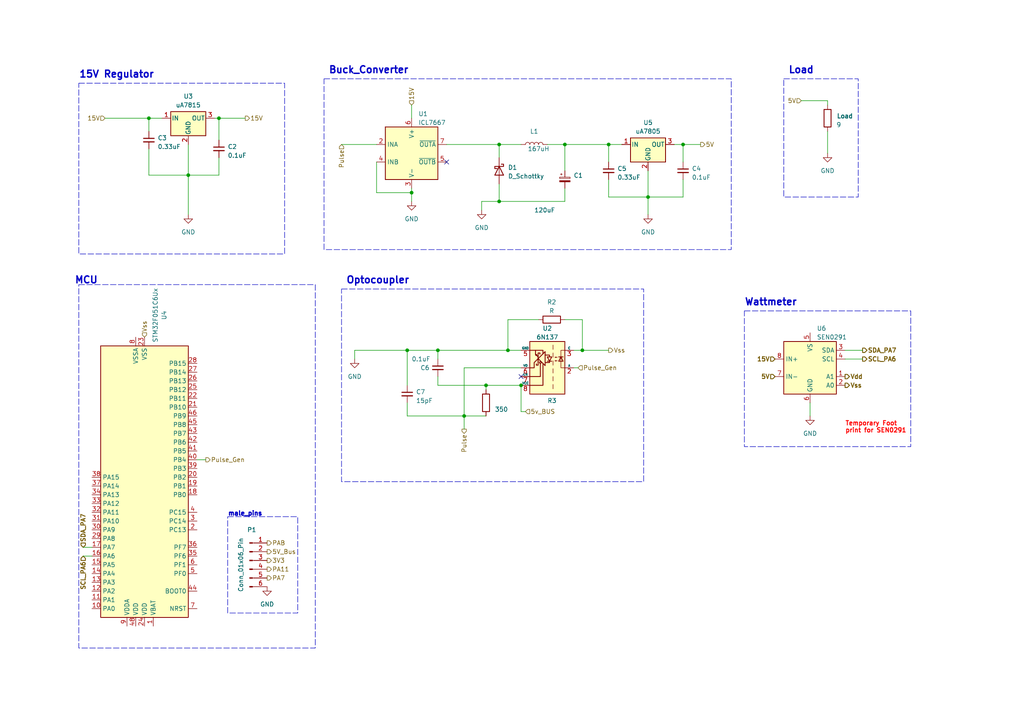
<source format=kicad_sch>
(kicad_sch (version 20230121) (generator eeschema)

  (uuid 9589d923-0f55-454c-9350-05089d345c59)

  (paper "A4")

  (title_block
    (title "Complete Project")
    (date "2023-09-11")
    (rev "1.0")
    (company "Indominable")
    (comment 2 "Phomolo Makina")
    (comment 3 "Loic Kibambo")
    (comment 4 "Nthuso Rampai")
  )

  (lib_symbols
    (symbol "Connector:Conn_01x06_Pin" (pin_names (offset 1.016) hide) (in_bom yes) (on_board yes)
      (property "Reference" "J" (at 0 7.62 0)
        (effects (font (size 1.27 1.27)))
      )
      (property "Value" "Conn_01x06_Pin" (at 0 -10.16 0)
        (effects (font (size 1.27 1.27)))
      )
      (property "Footprint" "" (at 0 0 0)
        (effects (font (size 1.27 1.27)) hide)
      )
      (property "Datasheet" "~" (at 0 0 0)
        (effects (font (size 1.27 1.27)) hide)
      )
      (property "ki_locked" "" (at 0 0 0)
        (effects (font (size 1.27 1.27)))
      )
      (property "ki_keywords" "connector" (at 0 0 0)
        (effects (font (size 1.27 1.27)) hide)
      )
      (property "ki_description" "Generic connector, single row, 01x06, script generated" (at 0 0 0)
        (effects (font (size 1.27 1.27)) hide)
      )
      (property "ki_fp_filters" "Connector*:*_1x??_*" (at 0 0 0)
        (effects (font (size 1.27 1.27)) hide)
      )
      (symbol "Conn_01x06_Pin_1_1"
        (polyline
          (pts
            (xy 1.27 -7.62)
            (xy 0.8636 -7.62)
          )
          (stroke (width 0.1524) (type default))
          (fill (type none))
        )
        (polyline
          (pts
            (xy 1.27 -5.08)
            (xy 0.8636 -5.08)
          )
          (stroke (width 0.1524) (type default))
          (fill (type none))
        )
        (polyline
          (pts
            (xy 1.27 -2.54)
            (xy 0.8636 -2.54)
          )
          (stroke (width 0.1524) (type default))
          (fill (type none))
        )
        (polyline
          (pts
            (xy 1.27 0)
            (xy 0.8636 0)
          )
          (stroke (width 0.1524) (type default))
          (fill (type none))
        )
        (polyline
          (pts
            (xy 1.27 2.54)
            (xy 0.8636 2.54)
          )
          (stroke (width 0.1524) (type default))
          (fill (type none))
        )
        (polyline
          (pts
            (xy 1.27 5.08)
            (xy 0.8636 5.08)
          )
          (stroke (width 0.1524) (type default))
          (fill (type none))
        )
        (rectangle (start 0.8636 -7.493) (end 0 -7.747)
          (stroke (width 0.1524) (type default))
          (fill (type outline))
        )
        (rectangle (start 0.8636 -4.953) (end 0 -5.207)
          (stroke (width 0.1524) (type default))
          (fill (type outline))
        )
        (rectangle (start 0.8636 -2.413) (end 0 -2.667)
          (stroke (width 0.1524) (type default))
          (fill (type outline))
        )
        (rectangle (start 0.8636 0.127) (end 0 -0.127)
          (stroke (width 0.1524) (type default))
          (fill (type outline))
        )
        (rectangle (start 0.8636 2.667) (end 0 2.413)
          (stroke (width 0.1524) (type default))
          (fill (type outline))
        )
        (rectangle (start 0.8636 5.207) (end 0 4.953)
          (stroke (width 0.1524) (type default))
          (fill (type outline))
        )
        (pin passive line (at 5.08 5.08 180) (length 3.81)
          (name "Pin_1" (effects (font (size 1.27 1.27))))
          (number "1" (effects (font (size 1.27 1.27))))
        )
        (pin passive line (at 5.08 2.54 180) (length 3.81)
          (name "Pin_2" (effects (font (size 1.27 1.27))))
          (number "2" (effects (font (size 1.27 1.27))))
        )
        (pin passive line (at 5.08 0 180) (length 3.81)
          (name "Pin_3" (effects (font (size 1.27 1.27))))
          (number "3" (effects (font (size 1.27 1.27))))
        )
        (pin passive line (at 5.08 -2.54 180) (length 3.81)
          (name "Pin_4" (effects (font (size 1.27 1.27))))
          (number "4" (effects (font (size 1.27 1.27))))
        )
        (pin passive line (at 5.08 -5.08 180) (length 3.81)
          (name "Pin_5" (effects (font (size 1.27 1.27))))
          (number "5" (effects (font (size 1.27 1.27))))
        )
        (pin passive line (at 5.08 -7.62 180) (length 3.81)
          (name "Pin_6" (effects (font (size 1.27 1.27))))
          (number "6" (effects (font (size 1.27 1.27))))
        )
      )
    )
    (symbol "Device:C_Polarized_Small" (pin_numbers hide) (pin_names (offset 0.254) hide) (in_bom yes) (on_board yes)
      (property "Reference" "C" (at 0.254 1.778 0)
        (effects (font (size 1.27 1.27)) (justify left))
      )
      (property "Value" "C_Polarized_Small" (at 0.254 -2.032 0)
        (effects (font (size 1.27 1.27)) (justify left))
      )
      (property "Footprint" "" (at 0 0 0)
        (effects (font (size 1.27 1.27)) hide)
      )
      (property "Datasheet" "~" (at 0 0 0)
        (effects (font (size 1.27 1.27)) hide)
      )
      (property "ki_keywords" "cap capacitor" (at 0 0 0)
        (effects (font (size 1.27 1.27)) hide)
      )
      (property "ki_description" "Polarized capacitor, small symbol" (at 0 0 0)
        (effects (font (size 1.27 1.27)) hide)
      )
      (property "ki_fp_filters" "CP_*" (at 0 0 0)
        (effects (font (size 1.27 1.27)) hide)
      )
      (symbol "C_Polarized_Small_0_1"
        (rectangle (start -1.524 -0.3048) (end 1.524 -0.6858)
          (stroke (width 0) (type default))
          (fill (type outline))
        )
        (rectangle (start -1.524 0.6858) (end 1.524 0.3048)
          (stroke (width 0) (type default))
          (fill (type none))
        )
        (polyline
          (pts
            (xy -1.27 1.524)
            (xy -0.762 1.524)
          )
          (stroke (width 0) (type default))
          (fill (type none))
        )
        (polyline
          (pts
            (xy -1.016 1.27)
            (xy -1.016 1.778)
          )
          (stroke (width 0) (type default))
          (fill (type none))
        )
      )
      (symbol "C_Polarized_Small_1_1"
        (pin passive line (at 0 2.54 270) (length 1.8542)
          (name "~" (effects (font (size 1.27 1.27))))
          (number "1" (effects (font (size 1.27 1.27))))
        )
        (pin passive line (at 0 -2.54 90) (length 1.8542)
          (name "~" (effects (font (size 1.27 1.27))))
          (number "2" (effects (font (size 1.27 1.27))))
        )
      )
    )
    (symbol "Device:C_Small" (pin_numbers hide) (pin_names (offset 0.254) hide) (in_bom yes) (on_board yes)
      (property "Reference" "C" (at 0.254 1.778 0)
        (effects (font (size 1.27 1.27)) (justify left))
      )
      (property "Value" "C_Small" (at 0.254 -2.032 0)
        (effects (font (size 1.27 1.27)) (justify left))
      )
      (property "Footprint" "" (at 0 0 0)
        (effects (font (size 1.27 1.27)) hide)
      )
      (property "Datasheet" "~" (at 0 0 0)
        (effects (font (size 1.27 1.27)) hide)
      )
      (property "ki_keywords" "capacitor cap" (at 0 0 0)
        (effects (font (size 1.27 1.27)) hide)
      )
      (property "ki_description" "Unpolarized capacitor, small symbol" (at 0 0 0)
        (effects (font (size 1.27 1.27)) hide)
      )
      (property "ki_fp_filters" "C_*" (at 0 0 0)
        (effects (font (size 1.27 1.27)) hide)
      )
      (symbol "C_Small_0_1"
        (polyline
          (pts
            (xy -1.524 -0.508)
            (xy 1.524 -0.508)
          )
          (stroke (width 0.3302) (type default))
          (fill (type none))
        )
        (polyline
          (pts
            (xy -1.524 0.508)
            (xy 1.524 0.508)
          )
          (stroke (width 0.3048) (type default))
          (fill (type none))
        )
      )
      (symbol "C_Small_1_1"
        (pin passive line (at 0 2.54 270) (length 2.032)
          (name "~" (effects (font (size 1.27 1.27))))
          (number "1" (effects (font (size 1.27 1.27))))
        )
        (pin passive line (at 0 -2.54 90) (length 2.032)
          (name "~" (effects (font (size 1.27 1.27))))
          (number "2" (effects (font (size 1.27 1.27))))
        )
      )
    )
    (symbol "Device:D_Schottky" (pin_numbers hide) (pin_names (offset 1.016) hide) (in_bom yes) (on_board yes)
      (property "Reference" "D" (at 0 2.54 0)
        (effects (font (size 1.27 1.27)))
      )
      (property "Value" "D_Schottky" (at 0 -2.54 0)
        (effects (font (size 1.27 1.27)))
      )
      (property "Footprint" "" (at 0 0 0)
        (effects (font (size 1.27 1.27)) hide)
      )
      (property "Datasheet" "~" (at 0 0 0)
        (effects (font (size 1.27 1.27)) hide)
      )
      (property "ki_keywords" "diode Schottky" (at 0 0 0)
        (effects (font (size 1.27 1.27)) hide)
      )
      (property "ki_description" "Schottky diode" (at 0 0 0)
        (effects (font (size 1.27 1.27)) hide)
      )
      (property "ki_fp_filters" "TO-???* *_Diode_* *SingleDiode* D_*" (at 0 0 0)
        (effects (font (size 1.27 1.27)) hide)
      )
      (symbol "D_Schottky_0_1"
        (polyline
          (pts
            (xy 1.27 0)
            (xy -1.27 0)
          )
          (stroke (width 0) (type default))
          (fill (type none))
        )
        (polyline
          (pts
            (xy 1.27 1.27)
            (xy 1.27 -1.27)
            (xy -1.27 0)
            (xy 1.27 1.27)
          )
          (stroke (width 0.254) (type default))
          (fill (type none))
        )
        (polyline
          (pts
            (xy -1.905 0.635)
            (xy -1.905 1.27)
            (xy -1.27 1.27)
            (xy -1.27 -1.27)
            (xy -0.635 -1.27)
            (xy -0.635 -0.635)
          )
          (stroke (width 0.254) (type default))
          (fill (type none))
        )
      )
      (symbol "D_Schottky_1_1"
        (pin passive line (at -3.81 0 0) (length 2.54)
          (name "K" (effects (font (size 1.27 1.27))))
          (number "1" (effects (font (size 1.27 1.27))))
        )
        (pin passive line (at 3.81 0 180) (length 2.54)
          (name "A" (effects (font (size 1.27 1.27))))
          (number "2" (effects (font (size 1.27 1.27))))
        )
      )
    )
    (symbol "Device:L" (pin_numbers hide) (pin_names (offset 1.016) hide) (in_bom yes) (on_board yes)
      (property "Reference" "L" (at -1.27 0 90)
        (effects (font (size 1.27 1.27)))
      )
      (property "Value" "L" (at 1.905 0 90)
        (effects (font (size 1.27 1.27)))
      )
      (property "Footprint" "" (at 0 0 0)
        (effects (font (size 1.27 1.27)) hide)
      )
      (property "Datasheet" "~" (at 0 0 0)
        (effects (font (size 1.27 1.27)) hide)
      )
      (property "ki_keywords" "inductor choke coil reactor magnetic" (at 0 0 0)
        (effects (font (size 1.27 1.27)) hide)
      )
      (property "ki_description" "Inductor" (at 0 0 0)
        (effects (font (size 1.27 1.27)) hide)
      )
      (property "ki_fp_filters" "Choke_* *Coil* Inductor_* L_*" (at 0 0 0)
        (effects (font (size 1.27 1.27)) hide)
      )
      (symbol "L_0_1"
        (arc (start 0 -2.54) (mid 0.6323 -1.905) (end 0 -1.27)
          (stroke (width 0) (type default))
          (fill (type none))
        )
        (arc (start 0 -1.27) (mid 0.6323 -0.635) (end 0 0)
          (stroke (width 0) (type default))
          (fill (type none))
        )
        (arc (start 0 0) (mid 0.6323 0.635) (end 0 1.27)
          (stroke (width 0) (type default))
          (fill (type none))
        )
        (arc (start 0 1.27) (mid 0.6323 1.905) (end 0 2.54)
          (stroke (width 0) (type default))
          (fill (type none))
        )
      )
      (symbol "L_1_1"
        (pin passive line (at 0 3.81 270) (length 1.27)
          (name "1" (effects (font (size 1.27 1.27))))
          (number "1" (effects (font (size 1.27 1.27))))
        )
        (pin passive line (at 0 -3.81 90) (length 1.27)
          (name "2" (effects (font (size 1.27 1.27))))
          (number "2" (effects (font (size 1.27 1.27))))
        )
      )
    )
    (symbol "Device:R" (pin_numbers hide) (pin_names (offset 0)) (in_bom yes) (on_board yes)
      (property "Reference" "R" (at 2.032 0 90)
        (effects (font (size 1.27 1.27)))
      )
      (property "Value" "R" (at 0 0 90)
        (effects (font (size 1.27 1.27)))
      )
      (property "Footprint" "" (at -1.778 0 90)
        (effects (font (size 1.27 1.27)) hide)
      )
      (property "Datasheet" "~" (at 0 0 0)
        (effects (font (size 1.27 1.27)) hide)
      )
      (property "ki_keywords" "R res resistor" (at 0 0 0)
        (effects (font (size 1.27 1.27)) hide)
      )
      (property "ki_description" "Resistor" (at 0 0 0)
        (effects (font (size 1.27 1.27)) hide)
      )
      (property "ki_fp_filters" "R_*" (at 0 0 0)
        (effects (font (size 1.27 1.27)) hide)
      )
      (symbol "R_0_1"
        (rectangle (start -1.016 -2.54) (end 1.016 2.54)
          (stroke (width 0.254) (type default))
          (fill (type none))
        )
      )
      (symbol "R_1_1"
        (pin passive line (at 0 3.81 270) (length 1.27)
          (name "~" (effects (font (size 1.27 1.27))))
          (number "1" (effects (font (size 1.27 1.27))))
        )
        (pin passive line (at 0 -3.81 90) (length 1.27)
          (name "~" (effects (font (size 1.27 1.27))))
          (number "2" (effects (font (size 1.27 1.27))))
        )
      )
    )
    (symbol "Driver_FET:ICL7667" (in_bom yes) (on_board yes)
      (property "Reference" "U" (at -7.62 8.89 0)
        (effects (font (size 1.27 1.27)) (justify left))
      )
      (property "Value" "ICL7667" (at 1.27 8.89 0)
        (effects (font (size 1.27 1.27)) (justify left))
      )
      (property "Footprint" "" (at 3.81 -21.59 0)
        (effects (font (size 1.27 1.27)) (justify left) hide)
      )
      (property "Datasheet" "http://www.intersil.com/content/dam/Intersil/documents/icl7/icl7667.pdf" (at 5.08 -7.62 0)
        (effects (font (size 1.27 1.27)) hide)
      )
      (property "ki_keywords" "MOSFET driver array" (at 0 0 0)
        (effects (font (size 1.27 1.27)) hide)
      )
      (property "ki_description" "Dual Power MOSFET Driver, DIP-8/SOIC-8" (at 0 0 0)
        (effects (font (size 1.27 1.27)) hide)
      )
      (property "ki_fp_filters" "DIP*W7.62mm* SOIC*3.9x4.9mm*P1.27mm*" (at 0 0 0)
        (effects (font (size 1.27 1.27)) hide)
      )
      (symbol "ICL7667_0_1"
        (rectangle (start -7.62 -7.62) (end 7.62 7.62)
          (stroke (width 0.254) (type default))
          (fill (type background))
        )
      )
      (symbol "ICL7667_1_1"
        (pin no_connect line (at -7.62 0 0) (length 2.54) hide
          (name "NC" (effects (font (size 1.27 1.27))))
          (number "1" (effects (font (size 1.27 1.27))))
        )
        (pin input line (at -10.16 2.54 0) (length 2.54)
          (name "INA" (effects (font (size 1.27 1.27))))
          (number "2" (effects (font (size 1.27 1.27))))
        )
        (pin power_in line (at 0 -10.16 90) (length 2.54)
          (name "V-" (effects (font (size 1.27 1.27))))
          (number "3" (effects (font (size 1.27 1.27))))
        )
        (pin input line (at -10.16 -2.54 0) (length 2.54)
          (name "INB" (effects (font (size 1.27 1.27))))
          (number "4" (effects (font (size 1.27 1.27))))
        )
        (pin output line (at 10.16 -2.54 180) (length 2.54)
          (name "~{OUTB}" (effects (font (size 1.27 1.27))))
          (number "5" (effects (font (size 1.27 1.27))))
        )
        (pin power_in line (at 0 10.16 270) (length 2.54)
          (name "V+" (effects (font (size 1.27 1.27))))
          (number "6" (effects (font (size 1.27 1.27))))
        )
        (pin output line (at 10.16 2.54 180) (length 2.54)
          (name "~{OUTA}" (effects (font (size 1.27 1.27))))
          (number "7" (effects (font (size 1.27 1.27))))
        )
        (pin no_connect line (at 7.62 0 180) (length 2.54) hide
          (name "NC" (effects (font (size 1.27 1.27))))
          (number "8" (effects (font (size 1.27 1.27))))
        )
      )
    )
    (symbol "Isolator:6N137" (pin_names (offset 0)) (in_bom yes) (on_board yes)
      (property "Reference" "U" (at -4.064 8.89 0)
        (effects (font (size 1.27 1.27)))
      )
      (property "Value" "6N137" (at 0 -8.89 0)
        (effects (font (size 1.27 1.27)))
      )
      (property "Footprint" "Package_DIP:DIP-8_W7.62mm" (at 0 -12.7 0)
        (effects (font (size 1.27 1.27)) hide)
      )
      (property "Datasheet" "https://docs.broadcom.com/docs/AV02-0940EN" (at -21.59 13.97 0)
        (effects (font (size 1.27 1.27)) hide)
      )
      (property "ki_keywords" "High speed optically coupled gates enable" (at 0 0 0)
        (effects (font (size 1.27 1.27)) hide)
      )
      (property "ki_description" "Single High Speed LSTTL/TTL Compatible Optocoupler with enable, dV/dt 1000/us, VCM 10, max 7V VCC, DIP-8" (at 0 0 0)
        (effects (font (size 1.27 1.27)) hide)
      )
      (property "ki_fp_filters" "DIP*W7.62mm*" (at 0 0 0)
        (effects (font (size 1.27 1.27)) hide)
      )
      (symbol "6N137_0_1"
        (polyline
          (pts
            (xy 2.667 -3.556)
            (xy 2.667 -1.651)
          )
          (stroke (width 0.254) (type default))
          (fill (type none))
        )
        (polyline
          (pts
            (xy 2.667 -2.159)
            (xy 2.667 -2.921)
          )
          (stroke (width 0.254) (type default))
          (fill (type none))
        )
        (polyline
          (pts
            (xy 3.429 -3.937)
            (xy 3.429 -5.08)
          )
          (stroke (width 0.254) (type default))
          (fill (type none))
        )
        (polyline
          (pts
            (xy -0.635 -3.302)
            (xy -0.635 -3.683)
            (xy 0.635 -3.683)
          )
          (stroke (width 0.254) (type default))
          (fill (type none))
        )
        (polyline
          (pts
            (xy -0.635 -1.905)
            (xy -0.635 -1.524)
            (xy 0.508 -1.524)
          )
          (stroke (width 0.254) (type default))
          (fill (type none))
        )
        (polyline
          (pts
            (xy 1.27 -4.064)
            (xy 1.27 -5.08)
            (xy 5.08 -5.08)
          )
          (stroke (width 0.254) (type default))
          (fill (type none))
        )
        (polyline
          (pts
            (xy 1.27 -1.27)
            (xy 1.27 5.08)
            (xy 5.08 5.08)
          )
          (stroke (width 0.254) (type default))
          (fill (type none))
        )
        (polyline
          (pts
            (xy 2.032 -1.27)
            (xy 2.032 2.54)
            (xy 5.08 2.54)
          )
          (stroke (width 0.254) (type default))
          (fill (type none))
        )
        (polyline
          (pts
            (xy -5.08 -5.08)
            (xy -3.937 -5.08)
            (xy -3.937 0)
            (xy -5.08 0)
          )
          (stroke (width 0) (type default))
          (fill (type none))
        )
        (polyline
          (pts
            (xy 2.667 -3.302)
            (xy 2.667 -4.318)
            (xy 2.159 -4.318)
            (xy 2.159 -3.937)
          )
          (stroke (width 0.254) (type default))
          (fill (type none))
        )
        (polyline
          (pts
            (xy 2.667 -2.667)
            (xy 0.635 -4.699)
            (xy 0.635 -0.635)
            (xy 2.667 -2.667)
          )
          (stroke (width 0.254) (type default))
          (fill (type none))
        )
        (polyline
          (pts
            (xy 2.667 -1.778)
            (xy 2.667 -0.762)
            (xy 3.175 -0.762)
            (xy 3.175 -1.143)
          )
          (stroke (width 0.254) (type default))
          (fill (type none))
        )
        (polyline
          (pts
            (xy 2.794 -2.54)
            (xy 3.81 -1.524)
            (xy 3.81 0)
            (xy 5.08 0)
          )
          (stroke (width 0.254) (type default))
          (fill (type none))
        )
        (polyline
          (pts
            (xy 2.667 -3.175)
            (xy 3.429 -3.937)
            (xy 3.302 -3.556)
            (xy 3.048 -3.81)
            (xy 3.429 -3.937)
          )
          (stroke (width 0.254) (type default))
          (fill (type none))
        )
        (circle (center 2.032 -1.524) (radius 0.254)
          (stroke (width 0.254) (type default))
          (fill (type none))
        )
      )
      (symbol "6N137_1_1"
        (rectangle (start -5.08 7.62) (end 5.08 -7.62)
          (stroke (width 0.254) (type default))
          (fill (type background))
        )
        (polyline
          (pts
            (xy -4.572 -3.175)
            (xy -3.302 -3.175)
          )
          (stroke (width 0.254) (type default))
          (fill (type none))
        )
        (polyline
          (pts
            (xy -1.651 -5.334)
            (xy -1.651 -6.604)
          )
          (stroke (width 0) (type default))
          (fill (type none))
        )
        (polyline
          (pts
            (xy -1.651 -3.048)
            (xy -1.651 -4.318)
          )
          (stroke (width 0) (type default))
          (fill (type none))
        )
        (polyline
          (pts
            (xy -1.651 -0.762)
            (xy -1.651 -2.032)
          )
          (stroke (width 0) (type default))
          (fill (type none))
        )
        (polyline
          (pts
            (xy -1.651 1.524)
            (xy -1.651 0.254)
          )
          (stroke (width 0) (type default))
          (fill (type none))
        )
        (polyline
          (pts
            (xy -1.651 3.81)
            (xy -1.651 2.54)
          )
          (stroke (width 0) (type default))
          (fill (type none))
        )
        (polyline
          (pts
            (xy -1.651 6.096)
            (xy -1.651 4.826)
          )
          (stroke (width 0) (type default))
          (fill (type none))
        )
        (polyline
          (pts
            (xy -1.27 -1.905)
            (xy 0 -1.905)
          )
          (stroke (width 0.254) (type default))
          (fill (type none))
        )
        (polyline
          (pts
            (xy -3.937 -3.175)
            (xy -4.572 -1.905)
            (xy -3.302 -1.905)
            (xy -3.937 -3.175)
          )
          (stroke (width 0.254) (type default))
          (fill (type none))
        )
        (polyline
          (pts
            (xy -0.635 -1.905)
            (xy -1.27 -3.175)
            (xy 0 -3.175)
            (xy -0.635 -1.905)
          )
          (stroke (width 0.254) (type default))
          (fill (type none))
        )
        (polyline
          (pts
            (xy -2.921 -3.048)
            (xy -2.159 -3.048)
            (xy -2.54 -3.175)
            (xy -2.54 -2.921)
            (xy -2.159 -3.048)
          )
          (stroke (width 0.127) (type default))
          (fill (type none))
        )
        (polyline
          (pts
            (xy -2.921 -2.032)
            (xy -2.159 -2.032)
            (xy -2.54 -2.159)
            (xy -2.54 -1.905)
            (xy -2.159 -2.032)
          )
          (stroke (width 0.127) (type default))
          (fill (type none))
        )
        (pin no_connect line (at -5.08 5.08 0) (length 2.54) hide
          (name "NC" (effects (font (size 0.635 0.635))))
          (number "1" (effects (font (size 1.27 1.27))))
        )
        (pin passive line (at -7.62 0 0) (length 2.54)
          (name "A" (effects (font (size 0.635 0.635))))
          (number "2" (effects (font (size 1.27 1.27))))
        )
        (pin passive line (at -7.62 -5.08 0) (length 2.54)
          (name "C" (effects (font (size 0.635 0.635))))
          (number "3" (effects (font (size 1.27 1.27))))
        )
        (pin power_in line (at 7.62 -5.08 180) (length 2.54)
          (name "GND" (effects (font (size 0.635 0.635))))
          (number "5" (effects (font (size 1.27 1.27))))
        )
        (pin open_collector line (at 7.62 0 180) (length 2.54)
          (name "VO" (effects (font (size 0.635 0.635))))
          (number "6" (effects (font (size 1.27 1.27))))
        )
        (pin input line (at 7.62 2.54 180) (length 2.54)
          (name "EN" (effects (font (size 0.635 0.635))))
          (number "7" (effects (font (size 1.27 1.27))))
        )
        (pin power_in line (at 7.62 5.08 180) (length 2.54)
          (name "VCC" (effects (font (size 0.635 0.635))))
          (number "8" (effects (font (size 1.27 1.27))))
        )
      )
    )
    (symbol "MCU_ST_STM32F0:STM32F051C6Ux" (in_bom yes) (on_board yes)
      (property "Reference" "U" (at -12.7 41.91 0)
        (effects (font (size 1.27 1.27)) (justify left))
      )
      (property "Value" "STM32F051C6Ux" (at 7.62 41.91 0)
        (effects (font (size 1.27 1.27)) (justify left))
      )
      (property "Footprint" "Package_DFN_QFN:QFN-48-1EP_7x7mm_P0.5mm_EP5.6x5.6mm" (at -12.7 -38.1 0)
        (effects (font (size 1.27 1.27)) (justify right) hide)
      )
      (property "Datasheet" "https://www.st.com/resource/en/datasheet/stm32f051c6.pdf" (at 0 0 0)
        (effects (font (size 1.27 1.27)) hide)
      )
      (property "ki_locked" "" (at 0 0 0)
        (effects (font (size 1.27 1.27)))
      )
      (property "ki_keywords" "Arm Cortex-M0 STM32F0 STM32F0x1" (at 0 0 0)
        (effects (font (size 1.27 1.27)) hide)
      )
      (property "ki_description" "STMicroelectronics Arm Cortex-M0 MCU, 32KB flash, 8KB RAM, 48 MHz, 2.0-3.6V, 39 GPIO, UFQFPN48" (at 0 0 0)
        (effects (font (size 1.27 1.27)) hide)
      )
      (property "ki_fp_filters" "QFN*1EP*7x7mm*P0.5mm*" (at 0 0 0)
        (effects (font (size 1.27 1.27)) hide)
      )
      (symbol "STM32F051C6Ux_0_1"
        (rectangle (start -12.7 -38.1) (end 12.7 40.64)
          (stroke (width 0.254) (type default))
          (fill (type background))
        )
      )
      (symbol "STM32F051C6Ux_1_1"
        (pin power_in line (at -2.54 43.18 270) (length 2.54)
          (name "VBAT" (effects (font (size 1.27 1.27))))
          (number "1" (effects (font (size 1.27 1.27))))
        )
        (pin bidirectional line (at 15.24 38.1 180) (length 2.54)
          (name "PA0" (effects (font (size 1.27 1.27))))
          (number "10" (effects (font (size 1.27 1.27))))
          (alternate "ADC_IN0" bidirectional line)
          (alternate "COMP1_INM" bidirectional line)
          (alternate "COMP1_OUT" bidirectional line)
          (alternate "RTC_TAMP2" bidirectional line)
          (alternate "SYS_WKUP1" bidirectional line)
          (alternate "TIM2_CH1" bidirectional line)
          (alternate "TIM2_ETR" bidirectional line)
          (alternate "TSC_G1_IO1" bidirectional line)
          (alternate "USART2_CTS" bidirectional line)
        )
        (pin bidirectional line (at 15.24 35.56 180) (length 2.54)
          (name "PA1" (effects (font (size 1.27 1.27))))
          (number "11" (effects (font (size 1.27 1.27))))
          (alternate "ADC_IN1" bidirectional line)
          (alternate "COMP1_INP" bidirectional line)
          (alternate "TIM2_CH2" bidirectional line)
          (alternate "TSC_G1_IO2" bidirectional line)
          (alternate "USART2_DE" bidirectional line)
          (alternate "USART2_RTS" bidirectional line)
        )
        (pin bidirectional line (at 15.24 33.02 180) (length 2.54)
          (name "PA2" (effects (font (size 1.27 1.27))))
          (number "12" (effects (font (size 1.27 1.27))))
          (alternate "ADC_IN2" bidirectional line)
          (alternate "COMP2_INM" bidirectional line)
          (alternate "COMP2_OUT" bidirectional line)
          (alternate "TIM15_CH1" bidirectional line)
          (alternate "TIM2_CH3" bidirectional line)
          (alternate "TSC_G1_IO3" bidirectional line)
          (alternate "USART2_TX" bidirectional line)
        )
        (pin bidirectional line (at 15.24 30.48 180) (length 2.54)
          (name "PA3" (effects (font (size 1.27 1.27))))
          (number "13" (effects (font (size 1.27 1.27))))
          (alternate "ADC_IN3" bidirectional line)
          (alternate "COMP2_INP" bidirectional line)
          (alternate "TIM15_CH2" bidirectional line)
          (alternate "TIM2_CH4" bidirectional line)
          (alternate "TSC_G1_IO4" bidirectional line)
          (alternate "USART2_RX" bidirectional line)
        )
        (pin bidirectional line (at 15.24 27.94 180) (length 2.54)
          (name "PA4" (effects (font (size 1.27 1.27))))
          (number "14" (effects (font (size 1.27 1.27))))
          (alternate "ADC_IN4" bidirectional line)
          (alternate "COMP1_INM" bidirectional line)
          (alternate "COMP2_INM" bidirectional line)
          (alternate "DAC1_OUT1" bidirectional line)
          (alternate "I2S1_WS" bidirectional line)
          (alternate "SPI1_NSS" bidirectional line)
          (alternate "TIM14_CH1" bidirectional line)
          (alternate "TSC_G2_IO1" bidirectional line)
          (alternate "USART2_CK" bidirectional line)
        )
        (pin bidirectional line (at 15.24 25.4 180) (length 2.54)
          (name "PA5" (effects (font (size 1.27 1.27))))
          (number "15" (effects (font (size 1.27 1.27))))
          (alternate "ADC_IN5" bidirectional line)
          (alternate "CEC" bidirectional line)
          (alternate "COMP1_INM" bidirectional line)
          (alternate "COMP2_INM" bidirectional line)
          (alternate "I2S1_CK" bidirectional line)
          (alternate "SPI1_SCK" bidirectional line)
          (alternate "TIM2_CH1" bidirectional line)
          (alternate "TIM2_ETR" bidirectional line)
          (alternate "TSC_G2_IO2" bidirectional line)
        )
        (pin bidirectional line (at 15.24 22.86 180) (length 2.54)
          (name "PA6" (effects (font (size 1.27 1.27))))
          (number "16" (effects (font (size 1.27 1.27))))
          (alternate "ADC_IN6" bidirectional line)
          (alternate "COMP1_OUT" bidirectional line)
          (alternate "I2S1_MCK" bidirectional line)
          (alternate "SPI1_MISO" bidirectional line)
          (alternate "TIM16_CH1" bidirectional line)
          (alternate "TIM1_BKIN" bidirectional line)
          (alternate "TIM3_CH1" bidirectional line)
          (alternate "TSC_G2_IO3" bidirectional line)
        )
        (pin bidirectional line (at 15.24 20.32 180) (length 2.54)
          (name "PA7" (effects (font (size 1.27 1.27))))
          (number "17" (effects (font (size 1.27 1.27))))
          (alternate "ADC_IN7" bidirectional line)
          (alternate "COMP2_OUT" bidirectional line)
          (alternate "I2S1_SD" bidirectional line)
          (alternate "SPI1_MOSI" bidirectional line)
          (alternate "TIM14_CH1" bidirectional line)
          (alternate "TIM17_CH1" bidirectional line)
          (alternate "TIM1_CH1N" bidirectional line)
          (alternate "TIM3_CH2" bidirectional line)
          (alternate "TSC_G2_IO4" bidirectional line)
        )
        (pin bidirectional line (at -15.24 5.08 0) (length 2.54)
          (name "PB0" (effects (font (size 1.27 1.27))))
          (number "18" (effects (font (size 1.27 1.27))))
          (alternate "ADC_IN8" bidirectional line)
          (alternate "TIM1_CH2N" bidirectional line)
          (alternate "TIM3_CH3" bidirectional line)
          (alternate "TSC_G3_IO2" bidirectional line)
        )
        (pin bidirectional line (at -15.24 2.54 0) (length 2.54)
          (name "PB1" (effects (font (size 1.27 1.27))))
          (number "19" (effects (font (size 1.27 1.27))))
          (alternate "ADC_IN9" bidirectional line)
          (alternate "TIM14_CH1" bidirectional line)
          (alternate "TIM1_CH3N" bidirectional line)
          (alternate "TIM3_CH4" bidirectional line)
          (alternate "TSC_G3_IO3" bidirectional line)
        )
        (pin bidirectional line (at -15.24 15.24 0) (length 2.54)
          (name "PC13" (effects (font (size 1.27 1.27))))
          (number "2" (effects (font (size 1.27 1.27))))
          (alternate "RTC_OUT_ALARM" bidirectional line)
          (alternate "RTC_OUT_CALIB" bidirectional line)
          (alternate "RTC_TAMP1" bidirectional line)
          (alternate "RTC_TS" bidirectional line)
          (alternate "SYS_WKUP2" bidirectional line)
        )
        (pin bidirectional line (at -15.24 0 0) (length 2.54)
          (name "PB2" (effects (font (size 1.27 1.27))))
          (number "20" (effects (font (size 1.27 1.27))))
          (alternate "TSC_G3_IO4" bidirectional line)
        )
        (pin bidirectional line (at -15.24 -20.32 0) (length 2.54)
          (name "PB10" (effects (font (size 1.27 1.27))))
          (number "21" (effects (font (size 1.27 1.27))))
          (alternate "CEC" bidirectional line)
          (alternate "TIM2_CH3" bidirectional line)
          (alternate "TSC_SYNC" bidirectional line)
        )
        (pin bidirectional line (at -15.24 -22.86 0) (length 2.54)
          (name "PB11" (effects (font (size 1.27 1.27))))
          (number "22" (effects (font (size 1.27 1.27))))
          (alternate "TIM2_CH4" bidirectional line)
          (alternate "TSC_G6_IO1" bidirectional line)
        )
        (pin power_in line (at 0 -40.64 90) (length 2.54)
          (name "VSS" (effects (font (size 1.27 1.27))))
          (number "23" (effects (font (size 1.27 1.27))))
        )
        (pin power_in line (at 0 43.18 270) (length 2.54)
          (name "VDD" (effects (font (size 1.27 1.27))))
          (number "24" (effects (font (size 1.27 1.27))))
        )
        (pin bidirectional line (at -15.24 -25.4 0) (length 2.54)
          (name "PB12" (effects (font (size 1.27 1.27))))
          (number "25" (effects (font (size 1.27 1.27))))
          (alternate "TIM1_BKIN" bidirectional line)
          (alternate "TSC_G6_IO2" bidirectional line)
        )
        (pin bidirectional line (at -15.24 -27.94 0) (length 2.54)
          (name "PB13" (effects (font (size 1.27 1.27))))
          (number "26" (effects (font (size 1.27 1.27))))
          (alternate "TIM1_CH1N" bidirectional line)
          (alternate "TSC_G6_IO3" bidirectional line)
        )
        (pin bidirectional line (at -15.24 -30.48 0) (length 2.54)
          (name "PB14" (effects (font (size 1.27 1.27))))
          (number "27" (effects (font (size 1.27 1.27))))
          (alternate "TIM15_CH1" bidirectional line)
          (alternate "TIM1_CH2N" bidirectional line)
          (alternate "TSC_G6_IO4" bidirectional line)
        )
        (pin bidirectional line (at -15.24 -33.02 0) (length 2.54)
          (name "PB15" (effects (font (size 1.27 1.27))))
          (number "28" (effects (font (size 1.27 1.27))))
          (alternate "RTC_REFIN" bidirectional line)
          (alternate "TIM15_CH1N" bidirectional line)
          (alternate "TIM15_CH2" bidirectional line)
          (alternate "TIM1_CH3N" bidirectional line)
        )
        (pin bidirectional line (at 15.24 17.78 180) (length 2.54)
          (name "PA8" (effects (font (size 1.27 1.27))))
          (number "29" (effects (font (size 1.27 1.27))))
          (alternate "RCC_MCO" bidirectional line)
          (alternate "TIM1_CH1" bidirectional line)
          (alternate "USART1_CK" bidirectional line)
        )
        (pin bidirectional line (at -15.24 12.7 0) (length 2.54)
          (name "PC14" (effects (font (size 1.27 1.27))))
          (number "3" (effects (font (size 1.27 1.27))))
          (alternate "RCC_OSC32_IN" bidirectional line)
        )
        (pin bidirectional line (at 15.24 15.24 180) (length 2.54)
          (name "PA9" (effects (font (size 1.27 1.27))))
          (number "30" (effects (font (size 1.27 1.27))))
          (alternate "DAC1_EXTI9" bidirectional line)
          (alternate "TIM15_BKIN" bidirectional line)
          (alternate "TIM1_CH2" bidirectional line)
          (alternate "TSC_G4_IO1" bidirectional line)
          (alternate "USART1_TX" bidirectional line)
        )
        (pin bidirectional line (at 15.24 12.7 180) (length 2.54)
          (name "PA10" (effects (font (size 1.27 1.27))))
          (number "31" (effects (font (size 1.27 1.27))))
          (alternate "TIM17_BKIN" bidirectional line)
          (alternate "TIM1_CH3" bidirectional line)
          (alternate "TSC_G4_IO2" bidirectional line)
          (alternate "USART1_RX" bidirectional line)
        )
        (pin bidirectional line (at 15.24 10.16 180) (length 2.54)
          (name "PA11" (effects (font (size 1.27 1.27))))
          (number "32" (effects (font (size 1.27 1.27))))
          (alternate "COMP1_OUT" bidirectional line)
          (alternate "TIM1_CH4" bidirectional line)
          (alternate "TSC_G4_IO3" bidirectional line)
          (alternate "USART1_CTS" bidirectional line)
        )
        (pin bidirectional line (at 15.24 7.62 180) (length 2.54)
          (name "PA12" (effects (font (size 1.27 1.27))))
          (number "33" (effects (font (size 1.27 1.27))))
          (alternate "COMP2_OUT" bidirectional line)
          (alternate "TIM1_ETR" bidirectional line)
          (alternate "TSC_G4_IO4" bidirectional line)
          (alternate "USART1_DE" bidirectional line)
          (alternate "USART1_RTS" bidirectional line)
        )
        (pin bidirectional line (at 15.24 5.08 180) (length 2.54)
          (name "PA13" (effects (font (size 1.27 1.27))))
          (number "34" (effects (font (size 1.27 1.27))))
          (alternate "IR_OUT" bidirectional line)
          (alternate "SYS_SWDIO" bidirectional line)
        )
        (pin bidirectional line (at -15.24 22.86 0) (length 2.54)
          (name "PF6" (effects (font (size 1.27 1.27))))
          (number "35" (effects (font (size 1.27 1.27))))
        )
        (pin bidirectional line (at -15.24 20.32 0) (length 2.54)
          (name "PF7" (effects (font (size 1.27 1.27))))
          (number "36" (effects (font (size 1.27 1.27))))
        )
        (pin bidirectional line (at 15.24 2.54 180) (length 2.54)
          (name "PA14" (effects (font (size 1.27 1.27))))
          (number "37" (effects (font (size 1.27 1.27))))
          (alternate "SYS_SWCLK" bidirectional line)
          (alternate "USART2_TX" bidirectional line)
        )
        (pin bidirectional line (at 15.24 0 180) (length 2.54)
          (name "PA15" (effects (font (size 1.27 1.27))))
          (number "38" (effects (font (size 1.27 1.27))))
          (alternate "I2S1_WS" bidirectional line)
          (alternate "SPI1_NSS" bidirectional line)
          (alternate "TIM2_CH1" bidirectional line)
          (alternate "TIM2_ETR" bidirectional line)
          (alternate "USART2_RX" bidirectional line)
        )
        (pin bidirectional line (at -15.24 -2.54 0) (length 2.54)
          (name "PB3" (effects (font (size 1.27 1.27))))
          (number "39" (effects (font (size 1.27 1.27))))
          (alternate "I2S1_CK" bidirectional line)
          (alternate "SPI1_SCK" bidirectional line)
          (alternate "TIM2_CH2" bidirectional line)
          (alternate "TSC_G5_IO1" bidirectional line)
        )
        (pin bidirectional line (at -15.24 10.16 0) (length 2.54)
          (name "PC15" (effects (font (size 1.27 1.27))))
          (number "4" (effects (font (size 1.27 1.27))))
          (alternate "RCC_OSC32_OUT" bidirectional line)
        )
        (pin bidirectional line (at -15.24 -5.08 0) (length 2.54)
          (name "PB4" (effects (font (size 1.27 1.27))))
          (number "40" (effects (font (size 1.27 1.27))))
          (alternate "I2S1_MCK" bidirectional line)
          (alternate "SPI1_MISO" bidirectional line)
          (alternate "TIM3_CH1" bidirectional line)
          (alternate "TSC_G5_IO2" bidirectional line)
        )
        (pin bidirectional line (at -15.24 -7.62 0) (length 2.54)
          (name "PB5" (effects (font (size 1.27 1.27))))
          (number "41" (effects (font (size 1.27 1.27))))
          (alternate "I2C1_SMBA" bidirectional line)
          (alternate "I2S1_SD" bidirectional line)
          (alternate "SPI1_MOSI" bidirectional line)
          (alternate "TIM16_BKIN" bidirectional line)
          (alternate "TIM3_CH2" bidirectional line)
        )
        (pin bidirectional line (at -15.24 -10.16 0) (length 2.54)
          (name "PB6" (effects (font (size 1.27 1.27))))
          (number "42" (effects (font (size 1.27 1.27))))
          (alternate "I2C1_SCL" bidirectional line)
          (alternate "TIM16_CH1N" bidirectional line)
          (alternate "TSC_G5_IO3" bidirectional line)
          (alternate "USART1_TX" bidirectional line)
        )
        (pin bidirectional line (at -15.24 -12.7 0) (length 2.54)
          (name "PB7" (effects (font (size 1.27 1.27))))
          (number "43" (effects (font (size 1.27 1.27))))
          (alternate "I2C1_SDA" bidirectional line)
          (alternate "TIM17_CH1N" bidirectional line)
          (alternate "TSC_G5_IO4" bidirectional line)
          (alternate "USART1_RX" bidirectional line)
        )
        (pin input line (at -15.24 33.02 0) (length 2.54)
          (name "BOOT0" (effects (font (size 1.27 1.27))))
          (number "44" (effects (font (size 1.27 1.27))))
        )
        (pin bidirectional line (at -15.24 -15.24 0) (length 2.54)
          (name "PB8" (effects (font (size 1.27 1.27))))
          (number "45" (effects (font (size 1.27 1.27))))
          (alternate "CEC" bidirectional line)
          (alternate "I2C1_SCL" bidirectional line)
          (alternate "TIM16_CH1" bidirectional line)
          (alternate "TSC_SYNC" bidirectional line)
        )
        (pin bidirectional line (at -15.24 -17.78 0) (length 2.54)
          (name "PB9" (effects (font (size 1.27 1.27))))
          (number "46" (effects (font (size 1.27 1.27))))
          (alternate "DAC1_EXTI9" bidirectional line)
          (alternate "I2C1_SDA" bidirectional line)
          (alternate "IR_OUT" bidirectional line)
          (alternate "TIM17_CH1" bidirectional line)
        )
        (pin passive line (at 0 -40.64 90) (length 2.54) hide
          (name "VSS" (effects (font (size 1.27 1.27))))
          (number "47" (effects (font (size 1.27 1.27))))
        )
        (pin power_in line (at 2.54 43.18 270) (length 2.54)
          (name "VDD" (effects (font (size 1.27 1.27))))
          (number "48" (effects (font (size 1.27 1.27))))
        )
        (pin passive line (at 0 -40.64 90) (length 2.54) hide
          (name "VSS" (effects (font (size 1.27 1.27))))
          (number "49" (effects (font (size 1.27 1.27))))
        )
        (pin bidirectional line (at -15.24 27.94 0) (length 2.54)
          (name "PF0" (effects (font (size 1.27 1.27))))
          (number "5" (effects (font (size 1.27 1.27))))
          (alternate "RCC_OSC_IN" bidirectional line)
        )
        (pin bidirectional line (at -15.24 25.4 0) (length 2.54)
          (name "PF1" (effects (font (size 1.27 1.27))))
          (number "6" (effects (font (size 1.27 1.27))))
          (alternate "RCC_OSC_OUT" bidirectional line)
        )
        (pin input line (at -15.24 38.1 0) (length 2.54)
          (name "NRST" (effects (font (size 1.27 1.27))))
          (number "7" (effects (font (size 1.27 1.27))))
        )
        (pin power_in line (at 2.54 -40.64 90) (length 2.54)
          (name "VSSA" (effects (font (size 1.27 1.27))))
          (number "8" (effects (font (size 1.27 1.27))))
        )
        (pin power_in line (at 5.08 43.18 270) (length 2.54)
          (name "VDDA" (effects (font (size 1.27 1.27))))
          (number "9" (effects (font (size 1.27 1.27))))
        )
      )
    )
    (symbol "Regulator_Linear:uA7805" (pin_names (offset 0.254)) (in_bom yes) (on_board yes)
      (property "Reference" "U" (at -3.81 3.175 0)
        (effects (font (size 1.27 1.27)))
      )
      (property "Value" "uA7805" (at 0 3.175 0)
        (effects (font (size 1.27 1.27)) (justify left))
      )
      (property "Footprint" "" (at 0.635 -3.81 0)
        (effects (font (size 1.27 1.27) italic) (justify left) hide)
      )
      (property "Datasheet" "http://www.ti.com/lit/ds/symlink/ua78.pdf" (at 0 -1.27 0)
        (effects (font (size 1.27 1.27)) hide)
      )
      (property "ki_keywords" "Voltage Regulator 1A Positive" (at 0 0 0)
        (effects (font (size 1.27 1.27)) hide)
      )
      (property "ki_description" "Positive 1A 35V Linear Regulator, Fixed Output 5V, TO-220/TO-263" (at 0 0 0)
        (effects (font (size 1.27 1.27)) hide)
      )
      (property "ki_fp_filters" "TO?263* TO?220*" (at 0 0 0)
        (effects (font (size 1.27 1.27)) hide)
      )
      (symbol "uA7805_0_1"
        (rectangle (start -5.08 1.905) (end 5.08 -5.08)
          (stroke (width 0.254) (type default))
          (fill (type background))
        )
      )
      (symbol "uA7805_1_1"
        (pin power_in line (at -7.62 0 0) (length 2.54)
          (name "IN" (effects (font (size 1.27 1.27))))
          (number "1" (effects (font (size 1.27 1.27))))
        )
        (pin power_in line (at 0 -7.62 90) (length 2.54)
          (name "GND" (effects (font (size 1.27 1.27))))
          (number "2" (effects (font (size 1.27 1.27))))
        )
        (pin power_out line (at 7.62 0 180) (length 2.54)
          (name "OUT" (effects (font (size 1.27 1.27))))
          (number "3" (effects (font (size 1.27 1.27))))
        )
      )
    )
    (symbol "Regulator_Linear:uA7815" (pin_names (offset 0.254)) (in_bom yes) (on_board yes)
      (property "Reference" "U" (at -3.81 3.175 0)
        (effects (font (size 1.27 1.27)))
      )
      (property "Value" "uA7815" (at 0 3.175 0)
        (effects (font (size 1.27 1.27)) (justify left))
      )
      (property "Footprint" "" (at 0.635 -3.81 0)
        (effects (font (size 1.27 1.27) italic) (justify left) hide)
      )
      (property "Datasheet" "http://www.ti.com/lit/ds/symlink/ua78.pdf" (at 0 -1.27 0)
        (effects (font (size 1.27 1.27)) hide)
      )
      (property "ki_keywords" "Voltage Regulator 1A Positive" (at 0 0 0)
        (effects (font (size 1.27 1.27)) hide)
      )
      (property "ki_description" "Positive 1A 35V Linear Regulator, Fixed Output 15V, TO-220/TO-263" (at 0 0 0)
        (effects (font (size 1.27 1.27)) hide)
      )
      (property "ki_fp_filters" "TO?263* TO?220*" (at 0 0 0)
        (effects (font (size 1.27 1.27)) hide)
      )
      (symbol "uA7815_0_1"
        (rectangle (start -5.08 1.905) (end 5.08 -5.08)
          (stroke (width 0.254) (type default))
          (fill (type background))
        )
      )
      (symbol "uA7815_1_1"
        (pin power_in line (at -7.62 0 0) (length 2.54)
          (name "IN" (effects (font (size 1.27 1.27))))
          (number "1" (effects (font (size 1.27 1.27))))
        )
        (pin power_in line (at 0 -7.62 90) (length 2.54)
          (name "GND" (effects (font (size 1.27 1.27))))
          (number "2" (effects (font (size 1.27 1.27))))
        )
        (pin power_out line (at 7.62 0 180) (length 2.54)
          (name "OUT" (effects (font (size 1.27 1.27))))
          (number "3" (effects (font (size 1.27 1.27))))
        )
      )
    )
    (symbol "Sensor_Energy:INA219AxD" (in_bom yes) (on_board yes)
      (property "Reference" "U" (at -6.35 8.89 0)
        (effects (font (size 1.27 1.27)))
      )
      (property "Value" "INA219AxD" (at 5.08 8.89 0)
        (effects (font (size 1.27 1.27)))
      )
      (property "Footprint" "Package_SO:SOIC-8_3.9x4.9mm_P1.27mm" (at 20.32 -8.89 0)
        (effects (font (size 1.27 1.27)) hide)
      )
      (property "Datasheet" "http://www.ti.com/lit/ds/symlink/ina219.pdf" (at 8.89 -2.54 0)
        (effects (font (size 1.27 1.27)) hide)
      )
      (property "ki_keywords" "ADC I2C 16-Bit Oversampling Current Shunt" (at 0 0 0)
        (effects (font (size 1.27 1.27)) hide)
      )
      (property "ki_description" "Zero-Drift, Bidirectional Current/Power Monitor (0-26V) With I2C Interface, SOIC-8" (at 0 0 0)
        (effects (font (size 1.27 1.27)) hide)
      )
      (property "ki_fp_filters" "SOIC*3.9x4.9mm*P1.27mm*" (at 0 0 0)
        (effects (font (size 1.27 1.27)) hide)
      )
      (symbol "INA219AxD_0_1"
        (rectangle (start -7.62 7.62) (end 7.62 -7.62)
          (stroke (width 0.254) (type default))
          (fill (type background))
        )
      )
      (symbol "INA219AxD_1_1"
        (pin input line (at 10.16 -2.54 180) (length 2.54)
          (name "A1" (effects (font (size 1.27 1.27))))
          (number "1" (effects (font (size 1.27 1.27))))
        )
        (pin input line (at 10.16 -5.08 180) (length 2.54)
          (name "A0" (effects (font (size 1.27 1.27))))
          (number "2" (effects (font (size 1.27 1.27))))
        )
        (pin bidirectional line (at 10.16 5.08 180) (length 2.54)
          (name "SDA" (effects (font (size 1.27 1.27))))
          (number "3" (effects (font (size 1.27 1.27))))
        )
        (pin input line (at 10.16 2.54 180) (length 2.54)
          (name "SCL" (effects (font (size 1.27 1.27))))
          (number "4" (effects (font (size 1.27 1.27))))
        )
        (pin power_in line (at 0 10.16 270) (length 2.54)
          (name "VS" (effects (font (size 1.27 1.27))))
          (number "5" (effects (font (size 1.27 1.27))))
        )
        (pin power_in line (at 0 -10.16 90) (length 2.54)
          (name "GND" (effects (font (size 1.27 1.27))))
          (number "6" (effects (font (size 1.27 1.27))))
        )
        (pin input line (at -10.16 -2.54 0) (length 2.54)
          (name "IN-" (effects (font (size 1.27 1.27))))
          (number "7" (effects (font (size 1.27 1.27))))
        )
        (pin input line (at -10.16 2.54 0) (length 2.54)
          (name "IN+" (effects (font (size 1.27 1.27))))
          (number "8" (effects (font (size 1.27 1.27))))
        )
      )
    )
    (symbol "power:GND" (power) (pin_names (offset 0)) (in_bom yes) (on_board yes)
      (property "Reference" "#PWR" (at 0 -6.35 0)
        (effects (font (size 1.27 1.27)) hide)
      )
      (property "Value" "GND" (at 0 -3.81 0)
        (effects (font (size 1.27 1.27)))
      )
      (property "Footprint" "" (at 0 0 0)
        (effects (font (size 1.27 1.27)) hide)
      )
      (property "Datasheet" "" (at 0 0 0)
        (effects (font (size 1.27 1.27)) hide)
      )
      (property "ki_keywords" "global power" (at 0 0 0)
        (effects (font (size 1.27 1.27)) hide)
      )
      (property "ki_description" "Power symbol creates a global label with name \"GND\" , ground" (at 0 0 0)
        (effects (font (size 1.27 1.27)) hide)
      )
      (symbol "GND_0_1"
        (polyline
          (pts
            (xy 0 0)
            (xy 0 -1.27)
            (xy 1.27 -1.27)
            (xy 0 -2.54)
            (xy -1.27 -1.27)
            (xy 0 -1.27)
          )
          (stroke (width 0) (type default))
          (fill (type none))
        )
      )
      (symbol "GND_1_1"
        (pin power_in line (at 0 0 270) (length 0) hide
          (name "GND" (effects (font (size 1.27 1.27))))
          (number "1" (effects (font (size 1.27 1.27))))
        )
      )
    )
  )

  (junction (at 144.78 41.91) (diameter 0) (color 0 0 0 0)
    (uuid 03c26d39-b536-494b-8437-710d3108e0b1)
  )
  (junction (at 134.62 120.65) (diameter 0) (color 0 0 0 0)
    (uuid 0e9a561c-4562-4246-b733-efe2716d17e8)
  )
  (junction (at 140.97 111.76) (diameter 0) (color 0 0 0 0)
    (uuid 1770302d-f8ca-40cd-ac94-b23b5d69524e)
  )
  (junction (at 127 101.6) (diameter 0) (color 0 0 0 0)
    (uuid 25380680-3c60-4519-ab5e-37f611d82158)
  )
  (junction (at 163.83 41.91) (diameter 0) (color 0 0 0 0)
    (uuid 2ceb668f-c825-4232-b7f6-9dd138bc1e39)
  )
  (junction (at 43.18 34.29) (diameter 0) (color 0 0 0 0)
    (uuid 32515262-b45f-4d25-b3fd-7b1127f9367e)
  )
  (junction (at 147.32 101.6) (diameter 0) (color 0 0 0 0)
    (uuid 3c80a85f-e5b1-4d87-8320-b508dd70979d)
  )
  (junction (at 168.91 101.6) (diameter 0) (color 0 0 0 0)
    (uuid 469856dc-9286-4872-9e36-2620716cc16a)
  )
  (junction (at 63.5 34.29) (diameter 0) (color 0 0 0 0)
    (uuid 71460719-7fdc-45b4-8dd2-96f1c25ad23e)
  )
  (junction (at 151.13 111.76) (diameter 0) (color 0 0 0 0)
    (uuid 8ce679a8-e8a6-4389-a08e-32347436dc8f)
  )
  (junction (at 118.11 101.6) (diameter 0) (color 0 0 0 0)
    (uuid c1e55c52-c56d-4a7e-9d15-66c6049b1ea8)
  )
  (junction (at 187.96 57.15) (diameter 0) (color 0 0 0 0)
    (uuid c78f032c-fbc8-4138-9fcd-3da7cd4e3beb)
  )
  (junction (at 144.78 58.42) (diameter 0) (color 0 0 0 0)
    (uuid d1bc8230-557d-478c-adf3-940bc791a028)
  )
  (junction (at 176.53 41.91) (diameter 0) (color 0 0 0 0)
    (uuid d2b8f06b-eae9-4c06-8fe8-fc8975502300)
  )
  (junction (at 119.38 55.88) (diameter 0) (color 0 0 0 0)
    (uuid d6f4d831-270f-4ff2-bfa3-48ec7585c0c3)
  )
  (junction (at 54.61 50.8) (diameter 0) (color 0 0 0 0)
    (uuid ea066614-1432-4d28-a974-1bd217814b21)
  )
  (junction (at 198.12 41.91) (diameter 0) (color 0 0 0 0)
    (uuid ecdd719a-7fad-46b7-8034-89c7d1440e15)
  )

  (no_connect (at 151.13 109.22) (uuid 697d823e-1b50-4f2c-8fd6-cb60ecf5058b))
  (no_connect (at 129.54 46.99) (uuid 9c31252c-55c9-4b4e-98d7-548571c4d028))

  (wire (pts (xy 43.18 50.8) (xy 54.61 50.8))
    (stroke (width 0) (type default))
    (uuid 00cbb834-11be-4a72-922c-58f172143a70)
  )
  (wire (pts (xy 144.78 41.91) (xy 144.78 45.72))
    (stroke (width 0) (type default))
    (uuid 01e212cb-473a-4765-8eb3-e992512c644a)
  )
  (wire (pts (xy 163.83 58.42) (xy 144.78 58.42))
    (stroke (width 0) (type default))
    (uuid 09bb7178-276f-4431-98af-86bb13e09236)
  )
  (wire (pts (xy 134.62 106.68) (xy 134.62 120.65))
    (stroke (width 0) (type default))
    (uuid 0a2b26d5-f06a-4045-a654-241f7e4b4215)
  )
  (wire (pts (xy 250.19 101.6) (xy 245.11 101.6))
    (stroke (width 0) (type default))
    (uuid 0a597c79-a338-41f5-b4a6-fefbb1619c19)
  )
  (wire (pts (xy 187.96 49.53) (xy 187.96 57.15))
    (stroke (width 0) (type default))
    (uuid 0cb7d319-8c9e-434a-ae45-9a5f643fbe26)
  )
  (wire (pts (xy 54.61 50.8) (xy 54.61 62.23))
    (stroke (width 0) (type default))
    (uuid 0d96562c-237a-4f23-be1b-f987cd803a8b)
  )
  (wire (pts (xy 198.12 41.91) (xy 195.58 41.91))
    (stroke (width 0) (type default))
    (uuid 0ea41ae8-589e-46f8-b587-6429c5b542ed)
  )
  (wire (pts (xy 151.13 111.76) (xy 151.13 119.38))
    (stroke (width 0) (type default))
    (uuid 1d73cd15-87a4-4416-aae5-ed181843b1e5)
  )
  (wire (pts (xy 198.12 46.99) (xy 198.12 41.91))
    (stroke (width 0) (type default))
    (uuid 20fce2f1-1612-49a0-b128-4f525abbf314)
  )
  (wire (pts (xy 168.91 101.6) (xy 166.37 101.6))
    (stroke (width 0) (type default))
    (uuid 25701184-02fd-4768-9a1d-942d7723ee28)
  )
  (wire (pts (xy 118.11 120.65) (xy 134.62 120.65))
    (stroke (width 0) (type default))
    (uuid 293b6408-38a7-4b6a-9f43-94e463d595a3)
  )
  (wire (pts (xy 59.69 133.35) (xy 57.15 133.35))
    (stroke (width 0) (type default))
    (uuid 2a0466b0-7b4a-47b1-9900-eda5be8469ff)
  )
  (wire (pts (xy 168.91 101.6) (xy 168.91 92.71))
    (stroke (width 0) (type default))
    (uuid 2afdab63-68d8-42ea-8cf4-90ba91a9f0b4)
  )
  (wire (pts (xy 119.38 54.61) (xy 119.38 55.88))
    (stroke (width 0) (type default))
    (uuid 2db7cfe1-0e42-44ff-a981-94aa3adb4e23)
  )
  (wire (pts (xy 134.62 120.65) (xy 140.97 120.65))
    (stroke (width 0) (type default))
    (uuid 31675c32-d39a-46cc-ae8b-f490d3f54ff1)
  )
  (wire (pts (xy 144.78 58.42) (xy 139.7 58.42))
    (stroke (width 0) (type default))
    (uuid 339442b7-21f2-4ada-9196-00b4583d6cc3)
  )
  (wire (pts (xy 147.32 92.71) (xy 147.32 101.6))
    (stroke (width 0) (type default))
    (uuid 4076759c-248b-4533-8b8e-6fda49bb8957)
  )
  (wire (pts (xy 127 101.6) (xy 127 104.14))
    (stroke (width 0) (type default))
    (uuid 4095e932-2374-4dc4-bf10-d2f6eceb8a99)
  )
  (wire (pts (xy 144.78 53.34) (xy 144.78 58.42))
    (stroke (width 0) (type default))
    (uuid 431e8155-a9d9-489d-a1c3-ea49def14968)
  )
  (wire (pts (xy 163.83 92.71) (xy 168.91 92.71))
    (stroke (width 0) (type default))
    (uuid 448da7ea-f131-4afe-b57c-5d07f676a9a8)
  )
  (wire (pts (xy 163.83 49.53) (xy 163.83 41.91))
    (stroke (width 0) (type default))
    (uuid 4e0689c8-7bbe-451e-9661-622016acbdb1)
  )
  (wire (pts (xy 43.18 43.18) (xy 43.18 50.8))
    (stroke (width 0) (type default))
    (uuid 55678cac-3ff6-489b-8e83-7f0f4b886794)
  )
  (wire (pts (xy 102.87 101.6) (xy 118.11 101.6))
    (stroke (width 0) (type default))
    (uuid 55c97938-b998-41a2-ad4a-faf23cdc7ce9)
  )
  (wire (pts (xy 119.38 55.88) (xy 119.38 58.42))
    (stroke (width 0) (type default))
    (uuid 57e8b50f-f321-462a-8848-a6d93a994e84)
  )
  (wire (pts (xy 63.5 50.8) (xy 54.61 50.8))
    (stroke (width 0) (type default))
    (uuid 597d330c-cc29-4444-be69-2de13265459d)
  )
  (wire (pts (xy 118.11 120.65) (xy 118.11 116.84))
    (stroke (width 0) (type default))
    (uuid 5a162b31-dda2-41b0-9776-73f5e55b7aa2)
  )
  (wire (pts (xy 118.11 101.6) (xy 127 101.6))
    (stroke (width 0) (type default))
    (uuid 5a68fe4b-686c-4b4c-97a7-027090e63d2a)
  )
  (wire (pts (xy 109.22 55.88) (xy 119.38 55.88))
    (stroke (width 0) (type default))
    (uuid 5dc9bd85-c970-4ef2-87fb-a582b608ea3e)
  )
  (wire (pts (xy 167.64 106.68) (xy 166.37 106.68))
    (stroke (width 0) (type default))
    (uuid 5f906cfb-a6c2-4a62-8a33-7216b21c04aa)
  )
  (wire (pts (xy 144.78 41.91) (xy 151.13 41.91))
    (stroke (width 0) (type default))
    (uuid 62dc0321-5170-4d5b-ade6-c4cdec1d2853)
  )
  (wire (pts (xy 24.13 158.75) (xy 26.67 158.75))
    (stroke (width 0) (type default))
    (uuid 68a3e3c0-6186-4085-abd5-931b1fca4841)
  )
  (wire (pts (xy 127 111.76) (xy 140.97 111.76))
    (stroke (width 0) (type default))
    (uuid 6cce2a57-f624-4e25-a085-db9225b7b7fd)
  )
  (wire (pts (xy 156.21 92.71) (xy 147.32 92.71))
    (stroke (width 0) (type default))
    (uuid 768688b4-7085-4fa3-baf9-2de38cad3520)
  )
  (wire (pts (xy 63.5 34.29) (xy 71.12 34.29))
    (stroke (width 0) (type default))
    (uuid 76fb8c81-5fd3-41ce-b180-ed2d2189be53)
  )
  (wire (pts (xy 139.7 58.42) (xy 139.7 60.96))
    (stroke (width 0) (type default))
    (uuid 77af51ed-e98f-4c78-a81e-19096f5e18a3)
  )
  (wire (pts (xy 240.03 38.1) (xy 240.03 44.45))
    (stroke (width 0) (type default))
    (uuid 7db66ad6-bc57-42e8-a563-96baa67b51d6)
  )
  (wire (pts (xy 158.75 41.91) (xy 163.83 41.91))
    (stroke (width 0) (type default))
    (uuid 7ddab08d-cafa-4569-861c-d51cf3bff7e4)
  )
  (wire (pts (xy 63.5 34.29) (xy 63.5 40.64))
    (stroke (width 0) (type default))
    (uuid 7dde3839-d371-460d-9903-f796c51bceea)
  )
  (wire (pts (xy 127 101.6) (xy 147.32 101.6))
    (stroke (width 0) (type default))
    (uuid 7ec7fec7-c712-4e25-8592-a6580c0a7066)
  )
  (wire (pts (xy 118.11 101.6) (xy 118.11 111.76))
    (stroke (width 0) (type default))
    (uuid 7f15a678-3c3c-4489-b03f-92a150484931)
  )
  (wire (pts (xy 43.18 34.29) (xy 46.99 34.29))
    (stroke (width 0) (type default))
    (uuid 84a164ad-9094-497b-8739-7e5b85c2ec9e)
  )
  (wire (pts (xy 187.96 57.15) (xy 187.96 62.23))
    (stroke (width 0) (type default))
    (uuid 891229cf-40ef-4cd6-a1ff-02f78a8f726d)
  )
  (wire (pts (xy 109.22 46.99) (xy 109.22 55.88))
    (stroke (width 0) (type default))
    (uuid 8c0307b4-989d-441e-a42c-f36d0893ce64)
  )
  (wire (pts (xy 63.5 45.72) (xy 63.5 50.8))
    (stroke (width 0) (type default))
    (uuid 8d6ac67d-c745-45aa-bc89-6538454fcb76)
  )
  (wire (pts (xy 232.41 29.21) (xy 240.03 29.21))
    (stroke (width 0) (type default))
    (uuid 91bc3848-5faa-4461-96db-22cdd44ad132)
  )
  (wire (pts (xy 176.53 52.07) (xy 176.53 57.15))
    (stroke (width 0) (type default))
    (uuid 959715fa-2761-4049-9333-7ba2655b63f7)
  )
  (wire (pts (xy 140.97 111.76) (xy 151.13 111.76))
    (stroke (width 0) (type default))
    (uuid 9cb10e08-2c08-407f-8e12-9f82fa7ff8c5)
  )
  (wire (pts (xy 24.13 161.29) (xy 26.67 161.29))
    (stroke (width 0) (type default))
    (uuid 9f39472a-6859-4938-899c-0a8f240ffb18)
  )
  (wire (pts (xy 234.95 116.84) (xy 234.95 120.65))
    (stroke (width 0) (type default))
    (uuid a143df51-699b-421b-9a90-92f1643aeaf3)
  )
  (wire (pts (xy 62.23 34.29) (xy 63.5 34.29))
    (stroke (width 0) (type default))
    (uuid a5fec79c-e826-4cbf-93b9-f00f977b11ec)
  )
  (wire (pts (xy 176.53 41.91) (xy 176.53 46.99))
    (stroke (width 0) (type default))
    (uuid a66f1146-8c42-46b2-bca8-304acf09ecb9)
  )
  (wire (pts (xy 240.03 30.48) (xy 240.03 29.21))
    (stroke (width 0) (type default))
    (uuid b63699b9-63ac-4246-a853-01392277f36b)
  )
  (wire (pts (xy 43.18 38.1) (xy 43.18 34.29))
    (stroke (width 0) (type default))
    (uuid b6a287be-216d-4ae9-822a-aebf566e585d)
  )
  (wire (pts (xy 151.13 119.38) (xy 152.4 119.38))
    (stroke (width 0) (type default))
    (uuid bbbd96f5-8bc2-45a9-8682-db99ce495848)
  )
  (wire (pts (xy 163.83 41.91) (xy 176.53 41.91))
    (stroke (width 0) (type default))
    (uuid c4d136c1-dddd-46c4-8249-43ed901d90fe)
  )
  (wire (pts (xy 102.87 104.14) (xy 102.87 101.6))
    (stroke (width 0) (type default))
    (uuid c8534781-fa27-48c6-9af1-397762a3d30e)
  )
  (wire (pts (xy 198.12 57.15) (xy 198.12 52.07))
    (stroke (width 0) (type default))
    (uuid c8c0a5cd-b136-46bd-8b92-360059deac48)
  )
  (wire (pts (xy 54.61 41.91) (xy 54.61 50.8))
    (stroke (width 0) (type default))
    (uuid c931bdaf-8ae2-4949-95e4-c95d6433101b)
  )
  (wire (pts (xy 99.06 41.91) (xy 109.22 41.91))
    (stroke (width 0) (type default))
    (uuid d124a13c-0903-4de8-9c1d-5b59e674307a)
  )
  (wire (pts (xy 147.32 101.6) (xy 151.13 101.6))
    (stroke (width 0) (type default))
    (uuid d3b78fe1-fbc4-409c-a5a9-ba0fca54db76)
  )
  (wire (pts (xy 163.83 54.61) (xy 163.83 58.42))
    (stroke (width 0) (type default))
    (uuid d657c0c9-0974-435b-8efd-f57fe39eeca0)
  )
  (wire (pts (xy 176.53 41.91) (xy 180.34 41.91))
    (stroke (width 0) (type default))
    (uuid d963d6ad-c1e4-4f0e-bac2-c21ef7b07a98)
  )
  (wire (pts (xy 250.19 104.14) (xy 245.11 104.14))
    (stroke (width 0) (type default))
    (uuid d9888df2-7d97-4e82-83cf-c53076c82bf2)
  )
  (wire (pts (xy 134.62 120.65) (xy 134.62 124.46))
    (stroke (width 0) (type default))
    (uuid da239412-d1cd-4d43-8497-aec8e625fc4c)
  )
  (wire (pts (xy 140.97 111.76) (xy 140.97 113.03))
    (stroke (width 0) (type default))
    (uuid db94760c-f04e-4fe9-bd82-d0e993b389ad)
  )
  (wire (pts (xy 187.96 57.15) (xy 198.12 57.15))
    (stroke (width 0) (type default))
    (uuid e02b5e2e-9f0c-4774-9e27-e0ed04d2119c)
  )
  (wire (pts (xy 30.48 34.29) (xy 43.18 34.29))
    (stroke (width 0) (type default))
    (uuid e1d90931-f245-43f6-a0ae-bf3890c8fd12)
  )
  (wire (pts (xy 176.53 57.15) (xy 187.96 57.15))
    (stroke (width 0) (type default))
    (uuid e507bdad-2c53-4ade-bcd2-5990f8ed2d39)
  )
  (wire (pts (xy 129.54 41.91) (xy 144.78 41.91))
    (stroke (width 0) (type default))
    (uuid e754f30c-cdea-464f-ac68-b6a5c049ed3a)
  )
  (wire (pts (xy 151.13 106.68) (xy 134.62 106.68))
    (stroke (width 0) (type default))
    (uuid ee82e855-889e-422e-9554-275583631c39)
  )
  (wire (pts (xy 127 111.76) (xy 127 109.22))
    (stroke (width 0) (type default))
    (uuid f64fe062-d9d8-4c1c-838b-d8484a56e441)
  )
  (wire (pts (xy 176.53 101.6) (xy 168.91 101.6))
    (stroke (width 0) (type default))
    (uuid f6ba0e2f-88b4-4897-ae45-41c3a32ee83d)
  )
  (wire (pts (xy 198.12 41.91) (xy 203.2 41.91))
    (stroke (width 0) (type default))
    (uuid fba6de15-f1c1-4734-86ed-6b60f1345d3d)
  )
  (wire (pts (xy 119.38 30.48) (xy 119.38 34.29))
    (stroke (width 0) (type default))
    (uuid fd2283fc-97c8-4eda-962c-d6d7ae2142c2)
  )

  (rectangle (start 22.86 82.55) (end 91.44 187.96)
    (stroke (width 0) (type dash))
    (fill (type none))
    (uuid 17921a4c-764a-4ca0-a4de-07fc09bf1585)
  )
  (rectangle (start 93.98 22.86) (end 212.09 72.39)
    (stroke (width 0) (type dash))
    (fill (type none))
    (uuid 260deb34-6d60-43d6-9edd-cbae2182f024)
  )
  (rectangle (start 99.06 83.82) (end 186.69 139.7)
    (stroke (width 0) (type dash))
    (fill (type none))
    (uuid a6736766-f581-48f1-90e1-65844b85e7da)
  )
  (rectangle (start 22.86 24.13) (end 82.55 73.66)
    (stroke (width 0) (type dash))
    (fill (type none))
    (uuid ab7520e3-ef82-491b-8e0e-1c6a25a186c8)
  )
  (rectangle (start 227.33 22.86) (end 248.92 57.15)
    (stroke (width 0) (type dash))
    (fill (type none))
    (uuid bfe073d2-ec79-4aba-84c3-653a27d64b86)
  )

  (text_box ""
    (at 66.04 149.86 0) (size 20.32 27.94)
    (stroke (width 0) (type dash))
    (fill (type none))
    (effects (font (size 1.27 1.27)) (justify left top))
    (uuid 7297db50-0bd7-4d60-a3e7-422de5e96366)
  )
  (text_box ""
    (at 215.9 90.17 0) (size 48.26 39.37)
    (stroke (width 0) (type dash))
    (fill (type none))
    (effects (font (size 1.27 1.27) bold) (justify left top))
    (uuid d676e783-741e-4ff4-8bc7-ea8e9973d550)
  )

  (text "MCU" (at 21.59 82.55 0)
    (effects (font (size 2 2) (thickness 0.4) bold) (justify left bottom))
    (uuid 5ded21d0-f1db-4d07-9709-baf11e14ecea)
  )
  (text "Optocoupler" (at 100.33 82.55 0)
    (effects (font (size 2 2) bold) (justify left bottom))
    (uuid 60715ca0-f8ae-4c6a-9ad5-9454e23ab552)
  )
  (text "male_pins" (at 66.04 149.86 0)
    (effects (font (size 1.3 1.3) (thickness 0.4) bold) (justify left bottom))
    (uuid 76ca21ba-5549-4c55-b72f-66639b04691f)
  )
  (text "Wattmeter" (at 215.9 88.9 0)
    (effects (font (size 2 2) bold) (justify left bottom))
    (uuid b2b9fa2f-393c-481d-a3e0-d2b093c04873)
  )
  (text "Load" (at 228.6 21.59 0)
    (effects (font (size 2 2) bold) (justify left bottom))
    (uuid bc2977c5-923c-4a63-beb9-071b3efb656b)
  )
  (text "Temporary Foot\nprint for SEN0291" (at 245.11 125.73 0)
    (effects (font (size 1.27 1.27) (thickness 0.254) bold (color 255 0 0 1)) (justify left bottom))
    (uuid c6d5a661-5bfa-46c9-9c79-b30adfbaf98c)
  )
  (text "Buck_Converter" (at 95.25 21.59 0)
    (effects (font (size 2 2) bold) (justify left bottom))
    (uuid c98f7468-60dd-4f39-9395-e3860322a15e)
  )
  (text "15V Regulator\n" (at 22.86 22.86 0)
    (effects (font (size 2 2) (thickness 0.4) bold) (justify left bottom))
    (uuid fb93579e-f13d-46a4-b7ae-7f87c6f8930b)
  )

  (hierarchical_label "PA11" (shape output) (at 77.47 165.1 0) (fields_autoplaced)
    (effects (font (size 1.27 1.27)) (justify left))
    (uuid 0c7b1937-741d-4b6a-8ae7-308c4aa82f9b)
  )
  (hierarchical_label "SCL_PA6" (shape output) (at 250.19 104.14 0) (fields_autoplaced)
    (effects (font (size 1.27 1.27) bold) (justify left))
    (uuid 13230046-1ced-48cf-9ac2-bb281f9745ce)
  )
  (hierarchical_label "Pulse" (shape input) (at 99.06 41.91 270) (fields_autoplaced)
    (effects (font (size 1.27 1.27)) (justify right))
    (uuid 1f986577-e152-49ad-8b8a-6f7552171613)
  )
  (hierarchical_label "PAB " (shape output) (at 77.47 157.48 0) (fields_autoplaced)
    (effects (font (size 1.27 1.27)) (justify left))
    (uuid 24b53972-041a-4405-a219-b248db5d8233)
  )
  (hierarchical_label "15V" (shape input) (at 224.79 104.14 180) (fields_autoplaced)
    (effects (font (size 1.27 1.27) bold) (justify right))
    (uuid 2d0bc7f3-461b-42be-9471-b2543c124f28)
  )
  (hierarchical_label "Pulse_Gen" (shape output) (at 59.69 133.35 0) (fields_autoplaced)
    (effects (font (size 1.27 1.27)) (justify left))
    (uuid 36790e25-e3f3-47e5-b98c-20bb5c999b90)
  )
  (hierarchical_label "Vss" (shape output) (at 245.11 111.76 0) (fields_autoplaced)
    (effects (font (size 1.27 1.27) bold) (justify left))
    (uuid 45fc7608-bbad-43e9-a0f2-f540ff15ef9b)
  )
  (hierarchical_label "15V" (shape input) (at 119.38 30.48 90) (fields_autoplaced)
    (effects (font (size 1.27 1.27)) (justify left))
    (uuid 47f7d1b0-a348-45e8-90de-371349dfa289)
  )
  (hierarchical_label "SCL_PA6" (shape input) (at 24.13 161.29 270) (fields_autoplaced)
    (effects (font (size 1.27 1.27) bold) (justify right))
    (uuid 531d894f-81ba-4451-bd48-383b7b39c208)
  )
  (hierarchical_label "15V" (shape output) (at 71.12 34.29 0) (fields_autoplaced)
    (effects (font (size 1.27 1.27)) (justify left))
    (uuid 608cace2-1004-467c-a339-244895454d01)
  )
  (hierarchical_label "Vss" (shape input) (at 41.91 97.79 90) (fields_autoplaced)
    (effects (font (size 1.27 1.27)) (justify left))
    (uuid 60f5c03b-33c6-40c4-99fb-3deba4c3291a)
  )
  (hierarchical_label "15V" (shape input) (at 30.48 34.29 180) (fields_autoplaced)
    (effects (font (size 1.27 1.27)) (justify right))
    (uuid 67422065-e54d-450f-b6eb-147f82b933e5)
  )
  (hierarchical_label "Pulse" (shape output) (at 134.62 124.46 270) (fields_autoplaced)
    (effects (font (size 1.27 1.27)) (justify right))
    (uuid 9fd9531a-ad70-4d48-a73b-aacd59a87d65)
  )
  (hierarchical_label "5v_BUS" (shape input) (at 152.4 119.38 0) (fields_autoplaced)
    (effects (font (size 1.27 1.27)) (justify left))
    (uuid b3b388e8-a165-434b-8f16-89f80b11e2b9)
  )
  (hierarchical_label "5V" (shape input) (at 232.41 29.21 180) (fields_autoplaced)
    (effects (font (size 1.27 1.27)) (justify right))
    (uuid b80a4012-f9ce-4b0a-9ddd-a65a3b145b1b)
  )
  (hierarchical_label "Vdd" (shape output) (at 245.11 109.22 0) (fields_autoplaced)
    (effects (font (size 1.27 1.27) bold) (justify left))
    (uuid bc237964-3f6a-4866-9d28-34007355abe1)
  )
  (hierarchical_label "Pulse_Gen" (shape input) (at 167.64 106.68 0) (fields_autoplaced)
    (effects (font (size 1.27 1.27)) (justify left))
    (uuid be2295b9-f1d1-4ef7-bafd-33e05ba2880c)
  )
  (hierarchical_label "SDA_PA7" (shape output) (at 250.19 101.6 0) (fields_autoplaced)
    (effects (font (size 1.27 1.27) bold) (justify left))
    (uuid bec8089c-ad9e-4924-9492-f97480732975)
  )
  (hierarchical_label "Vss" (shape output) (at 176.53 101.6 0) (fields_autoplaced)
    (effects (font (size 1.27 1.27)) (justify left))
    (uuid d1df5816-0954-45c1-bfea-3bb93cec5654)
  )
  (hierarchical_label "SDA_PA7" (shape input) (at 24.13 158.75 90) (fields_autoplaced)
    (effects (font (size 1.27 1.27) bold) (justify left))
    (uuid d25c90d8-5034-4a0d-ac21-ecfa53213d3e)
  )
  (hierarchical_label "5V" (shape output) (at 203.2 41.91 0) (fields_autoplaced)
    (effects (font (size 1.27 1.27)) (justify left))
    (uuid dcc4584c-0a32-4af8-b0af-c78cdf7ea8a3)
  )
  (hierarchical_label "3V3" (shape output) (at 77.47 162.56 0) (fields_autoplaced)
    (effects (font (size 1.27 1.27)) (justify left))
    (uuid e12188ba-24e7-4174-b6e1-ac625fb9084f)
  )
  (hierarchical_label "5V" (shape input) (at 224.79 109.22 180) (fields_autoplaced)
    (effects (font (size 1.27 1.27) bold) (justify right))
    (uuid e2270176-95d7-4c31-a79c-28241b2efee9)
  )
  (hierarchical_label "PA7" (shape output) (at 77.47 167.64 0) (fields_autoplaced)
    (effects (font (size 1.27 1.27)) (justify left))
    (uuid e3342283-5a85-45b6-9701-c566ef9d1cb0)
  )
  (hierarchical_label "5V_Bus" (shape output) (at 77.47 160.02 0) (fields_autoplaced)
    (effects (font (size 1.27 1.27)) (justify left))
    (uuid e44865bf-a012-4e79-8a1f-f2ab7b8ac412)
  )

  (symbol (lib_id "Device:D_Schottky") (at 144.78 49.53 270) (unit 1)
    (in_bom yes) (on_board yes) (dnp no) (fields_autoplaced)
    (uuid 0818ab72-cdfe-4525-b4b0-0dde818f8807)
    (property "Reference" "D1" (at 147.32 48.5775 90)
      (effects (font (size 1.27 1.27)) (justify left))
    )
    (property "Value" "D_Schottky" (at 147.32 51.1175 90)
      (effects (font (size 1.27 1.27)) (justify left))
    )
    (property "Footprint" "" (at 144.78 49.53 0)
      (effects (font (size 1.27 1.27)) hide)
    )
    (property "Datasheet" "~" (at 144.78 49.53 0)
      (effects (font (size 1.27 1.27)) hide)
    )
    (pin "1" (uuid 293c69aa-3d19-42a8-a29d-f6ee54237cae))
    (pin "2" (uuid 6b82ce03-09d1-4890-b065-aba5b820ff0a))
    (instances
      (project "SMPS"
        (path "/d2cb3f16-e305-449c-bc5a-9c64fa70138a/dfe49fbe-5af4-403d-86b1-c545088603d8"
          (reference "D1") (unit 1)
        )
      )
    )
  )

  (symbol (lib_id "Device:C_Small") (at 43.18 40.64 0) (unit 1)
    (in_bom yes) (on_board yes) (dnp no) (fields_autoplaced)
    (uuid 11423ef4-aef5-4d26-9f6f-98218aad7a43)
    (property "Reference" "C3" (at 45.72 40.0113 0)
      (effects (font (size 1.27 1.27)) (justify left))
    )
    (property "Value" "0.33uF" (at 45.72 42.5513 0)
      (effects (font (size 1.27 1.27)) (justify left))
    )
    (property "Footprint" "" (at 43.18 40.64 0)
      (effects (font (size 1.27 1.27)) hide)
    )
    (property "Datasheet" "~" (at 43.18 40.64 0)
      (effects (font (size 1.27 1.27)) hide)
    )
    (pin "1" (uuid cba3b44f-347f-4628-9e81-dfa19ca29ebb))
    (pin "2" (uuid 1b07f7ee-af54-4444-9c05-048ab3d69a58))
    (instances
      (project "SMPS"
        (path "/d2cb3f16-e305-449c-bc5a-9c64fa70138a/dfe49fbe-5af4-403d-86b1-c545088603d8"
          (reference "C3") (unit 1)
        )
      )
    )
  )

  (symbol (lib_id "power:GND") (at 119.38 58.42 0) (unit 1)
    (in_bom yes) (on_board yes) (dnp no) (fields_autoplaced)
    (uuid 3312fa48-eaf8-4f63-8bf6-2c2a1ddb1b6e)
    (property "Reference" "#PWR01" (at 119.38 64.77 0)
      (effects (font (size 1.27 1.27)) hide)
    )
    (property "Value" "GND" (at 119.38 63.5 0)
      (effects (font (size 1.27 1.27)))
    )
    (property "Footprint" "" (at 119.38 58.42 0)
      (effects (font (size 1.27 1.27)) hide)
    )
    (property "Datasheet" "" (at 119.38 58.42 0)
      (effects (font (size 1.27 1.27)) hide)
    )
    (pin "1" (uuid 3e0a72a4-3ecd-49fd-8cba-efff70bd5914))
    (instances
      (project "SMPS"
        (path "/d2cb3f16-e305-449c-bc5a-9c64fa70138a/dfe49fbe-5af4-403d-86b1-c545088603d8"
          (reference "#PWR01") (unit 1)
        )
      )
    )
  )

  (symbol (lib_id "Regulator_Linear:uA7805") (at 187.96 41.91 0) (unit 1)
    (in_bom yes) (on_board yes) (dnp no) (fields_autoplaced)
    (uuid 346ba067-3b9e-4799-8baf-727a5fa8a655)
    (property "Reference" "U5" (at 187.96 35.56 0)
      (effects (font (size 1.27 1.27)))
    )
    (property "Value" "uA7805" (at 187.96 38.1 0)
      (effects (font (size 1.27 1.27)))
    )
    (property "Footprint" "" (at 188.595 45.72 0)
      (effects (font (size 1.27 1.27) italic) (justify left) hide)
    )
    (property "Datasheet" "http://www.ti.com/lit/ds/symlink/ua78.pdf" (at 187.96 43.18 0)
      (effects (font (size 1.27 1.27)) hide)
    )
    (pin "1" (uuid 0ab2bb67-5d99-4c61-8888-72bf9353cf03))
    (pin "2" (uuid 3287082c-82e9-43b3-af6f-dd5c9b9bc022))
    (pin "3" (uuid 6dd61fff-0d10-4bcd-8cb8-e41b2135a358))
    (instances
      (project "SMPS"
        (path "/d2cb3f16-e305-449c-bc5a-9c64fa70138a/dfe49fbe-5af4-403d-86b1-c545088603d8"
          (reference "U5") (unit 1)
        )
      )
    )
  )

  (symbol (lib_id "Device:C_Small") (at 118.11 114.3 0) (unit 1)
    (in_bom yes) (on_board yes) (dnp no) (fields_autoplaced)
    (uuid 37058a67-59ce-40ed-b406-0ad403580203)
    (property "Reference" "C7" (at 120.65 113.6713 0)
      (effects (font (size 1.27 1.27)) (justify left))
    )
    (property "Value" "15pF" (at 120.65 116.2113 0)
      (effects (font (size 1.27 1.27)) (justify left))
    )
    (property "Footprint" "" (at 118.11 114.3 0)
      (effects (font (size 1.27 1.27)) hide)
    )
    (property "Datasheet" "~" (at 118.11 114.3 0)
      (effects (font (size 1.27 1.27)) hide)
    )
    (pin "1" (uuid 67bb299c-6b61-4e48-9283-bb25a5afdbb9))
    (pin "2" (uuid 34164772-a91c-4c7a-a800-0dd626608a88))
    (instances
      (project "SMPS"
        (path "/d2cb3f16-e305-449c-bc5a-9c64fa70138a/dfe49fbe-5af4-403d-86b1-c545088603d8"
          (reference "C7") (unit 1)
        )
      )
    )
  )

  (symbol (lib_id "power:GND") (at 139.7 60.96 0) (unit 1)
    (in_bom yes) (on_board yes) (dnp no) (fields_autoplaced)
    (uuid 48291c3d-c6f7-4fdd-8c9b-2d64850b6590)
    (property "Reference" "#PWR02" (at 139.7 67.31 0)
      (effects (font (size 1.27 1.27)) hide)
    )
    (property "Value" "GND" (at 139.7 66.04 0)
      (effects (font (size 1.27 1.27)))
    )
    (property "Footprint" "" (at 139.7 60.96 0)
      (effects (font (size 1.27 1.27)) hide)
    )
    (property "Datasheet" "" (at 139.7 60.96 0)
      (effects (font (size 1.27 1.27)) hide)
    )
    (pin "1" (uuid 41997fc7-21e9-4e95-8062-4734bcccc481))
    (instances
      (project "SMPS"
        (path "/d2cb3f16-e305-449c-bc5a-9c64fa70138a/dfe49fbe-5af4-403d-86b1-c545088603d8"
          (reference "#PWR02") (unit 1)
        )
      )
    )
  )

  (symbol (lib_id "Driver_FET:ICL7667") (at 119.38 44.45 0) (unit 1)
    (in_bom yes) (on_board yes) (dnp no) (fields_autoplaced)
    (uuid 4fa6df53-8401-40ef-9563-0ac0fa3829da)
    (property "Reference" "U1" (at 121.3359 33.02 0)
      (effects (font (size 1.27 1.27)) (justify left))
    )
    (property "Value" "ICL7667" (at 121.3359 35.56 0)
      (effects (font (size 1.27 1.27)) (justify left))
    )
    (property "Footprint" "" (at 123.19 66.04 0)
      (effects (font (size 1.27 1.27)) (justify left) hide)
    )
    (property "Datasheet" "http://www.intersil.com/content/dam/Intersil/documents/icl7/icl7667.pdf" (at 124.46 52.07 0)
      (effects (font (size 1.27 1.27)) hide)
    )
    (pin "1" (uuid 08e80a56-7796-4f3c-9989-e82f67d0a76f))
    (pin "2" (uuid ce843774-3e08-4c93-83ee-664a3aa860c2))
    (pin "3" (uuid 7266618d-4c3a-4541-b624-fcd5c3cc51ac))
    (pin "4" (uuid 5167e244-b556-493f-8c4d-af2bef7dd0e8))
    (pin "5" (uuid 8465fa46-797d-451f-91f9-a0a512cbdf45))
    (pin "6" (uuid 8966d4a6-acc5-41cf-8f3f-3db464110131))
    (pin "7" (uuid d95df85c-5ab7-4430-b99a-3cc53e7cb20e))
    (pin "8" (uuid 4aacb3b6-117c-4103-ace6-9619b9fd8746))
    (instances
      (project "SMPS"
        (path "/d2cb3f16-e305-449c-bc5a-9c64fa70138a"
          (reference "U1") (unit 1)
        )
        (path "/d2cb3f16-e305-449c-bc5a-9c64fa70138a/dfe49fbe-5af4-403d-86b1-c545088603d8"
          (reference "U1") (unit 1)
        )
      )
    )
  )

  (symbol (lib_id "Device:C_Polarized_Small") (at 163.83 52.07 0) (unit 1)
    (in_bom yes) (on_board yes) (dnp no)
    (uuid 5594f43c-aa19-4d48-9e30-a1ce00ea1dc2)
    (property "Reference" "C1" (at 166.37 50.8889 0)
      (effects (font (size 1.27 1.27)) (justify left))
    )
    (property "Value" "120uF" (at 154.94 60.96 0)
      (effects (font (size 1.27 1.27)) (justify left))
    )
    (property "Footprint" "" (at 163.83 52.07 0)
      (effects (font (size 1.27 1.27)) hide)
    )
    (property "Datasheet" "~" (at 163.83 52.07 0)
      (effects (font (size 1.27 1.27)) hide)
    )
    (pin "1" (uuid c199e88a-259b-4040-9f0e-6fb971bc5c7f))
    (pin "2" (uuid 855858d5-8682-40cd-a754-acf152b3a84f))
    (instances
      (project "SMPS"
        (path "/d2cb3f16-e305-449c-bc5a-9c64fa70138a/dfe49fbe-5af4-403d-86b1-c545088603d8"
          (reference "C1") (unit 1)
        )
      )
    )
  )

  (symbol (lib_id "Device:C_Small") (at 63.5 43.18 0) (unit 1)
    (in_bom yes) (on_board yes) (dnp no) (fields_autoplaced)
    (uuid 66801090-57de-4460-9168-3ca497ac394a)
    (property "Reference" "C2" (at 66.04 42.5513 0)
      (effects (font (size 1.27 1.27)) (justify left))
    )
    (property "Value" "0.1uF" (at 66.04 45.0913 0)
      (effects (font (size 1.27 1.27)) (justify left))
    )
    (property "Footprint" "" (at 63.5 43.18 0)
      (effects (font (size 1.27 1.27)) hide)
    )
    (property "Datasheet" "~" (at 63.5 43.18 0)
      (effects (font (size 1.27 1.27)) hide)
    )
    (pin "1" (uuid e43577a0-688a-49a9-9fea-35fa12834a92))
    (pin "2" (uuid a88fe2d5-8822-4dd1-aa83-a7d5409aa36e))
    (instances
      (project "SMPS"
        (path "/d2cb3f16-e305-449c-bc5a-9c64fa70138a/dfe49fbe-5af4-403d-86b1-c545088603d8"
          (reference "C2") (unit 1)
        )
      )
    )
  )

  (symbol (lib_id "Device:L") (at 154.94 41.91 90) (unit 1)
    (in_bom yes) (on_board yes) (dnp no)
    (uuid 697fe37b-3a6c-42e3-bf4f-d47ce49137a5)
    (property "Reference" "L1" (at 154.94 38.1 90)
      (effects (font (size 1.27 1.27)))
    )
    (property "Value" "167uH" (at 156.21 43.18 90)
      (effects (font (size 1.27 1.27)))
    )
    (property "Footprint" "" (at 154.94 41.91 0)
      (effects (font (size 1.27 1.27)) hide)
    )
    (property "Datasheet" "~" (at 154.94 41.91 0)
      (effects (font (size 1.27 1.27)) hide)
    )
    (pin "1" (uuid d4d69d8d-10a5-4c35-816c-b9dda978dd67))
    (pin "2" (uuid edc36d59-044e-4072-b1f8-3ae6ff535ffd))
    (instances
      (project "SMPS"
        (path "/d2cb3f16-e305-449c-bc5a-9c64fa70138a/dfe49fbe-5af4-403d-86b1-c545088603d8"
          (reference "L1") (unit 1)
        )
      )
    )
  )

  (symbol (lib_id "power:GND") (at 77.47 170.18 0) (unit 1)
    (in_bom yes) (on_board yes) (dnp no) (fields_autoplaced)
    (uuid 7a681d23-0895-4b41-994c-be39ed1b47e1)
    (property "Reference" "#PWR08" (at 77.47 176.53 0)
      (effects (font (size 1.27 1.27)) hide)
    )
    (property "Value" "GND" (at 77.47 175.26 0)
      (effects (font (size 1.27 1.27)))
    )
    (property "Footprint" "" (at 77.47 170.18 0)
      (effects (font (size 1.27 1.27)) hide)
    )
    (property "Datasheet" "" (at 77.47 170.18 0)
      (effects (font (size 1.27 1.27)) hide)
    )
    (pin "1" (uuid 56fa9683-2145-40a3-899d-6015aee5bf7f))
    (instances
      (project "SMPS"
        (path "/d2cb3f16-e305-449c-bc5a-9c64fa70138a/dfe49fbe-5af4-403d-86b1-c545088603d8"
          (reference "#PWR08") (unit 1)
        )
      )
    )
  )

  (symbol (lib_id "Sensor_Energy:INA219AxD") (at 234.95 106.68 0) (unit 1)
    (in_bom yes) (on_board yes) (dnp no) (fields_autoplaced)
    (uuid 8c186f07-0de6-4dbe-a02d-f3cca753a1e0)
    (property "Reference" "U6" (at 236.9059 95.25 0)
      (effects (font (size 1.27 1.27)) (justify left))
    )
    (property "Value" "SEN0291" (at 236.9059 97.79 0)
      (effects (font (size 1.27 1.27)) (justify left))
    )
    (property "Footprint" "Package_SO:SOIC-8_3.9x4.9mm_P1.27mm" (at 255.27 115.57 0)
      (effects (font (size 1.27 1.27)) hide)
    )
    (property "Datasheet" "http://www.ti.com/lit/ds/symlink/ina219.pdf" (at 243.84 109.22 0)
      (effects (font (size 1.27 1.27)) hide)
    )
    (pin "1" (uuid 791df479-d8ba-45d3-9a33-d9f6acbdeeb6))
    (pin "2" (uuid 138e1606-829a-4a9d-8f32-4152cc5a9512))
    (pin "3" (uuid 0c0528e5-1449-4d58-8f92-9e70d101c7eb))
    (pin "4" (uuid 4513bca9-fab1-41ab-8017-0df8e1500ba3))
    (pin "5" (uuid 610ba7fb-eb67-44be-bdba-8d08f7db7168))
    (pin "6" (uuid 1ce18553-2a2e-44bd-bfc3-2767865871a8))
    (pin "7" (uuid 7185c9c2-aae6-4edb-a1ed-8ce7fdd5734c))
    (pin "8" (uuid 7f7b2302-2028-460c-8953-f6894a561010))
    (instances
      (project "SMPS"
        (path "/d2cb3f16-e305-449c-bc5a-9c64fa70138a/dfe49fbe-5af4-403d-86b1-c545088603d8"
          (reference "U6") (unit 1)
        )
      )
    )
  )

  (symbol (lib_id "Device:C_Small") (at 127 106.68 0) (unit 1)
    (in_bom yes) (on_board yes) (dnp no)
    (uuid 9b7e2560-3fd4-4cdd-b466-b7e44efd8ec4)
    (property "Reference" "C6" (at 121.92 106.68 0)
      (effects (font (size 1.27 1.27)) (justify left))
    )
    (property "Value" "0.1uF" (at 119.38 104.14 0)
      (effects (font (size 1.27 1.27)) (justify left))
    )
    (property "Footprint" "" (at 127 106.68 0)
      (effects (font (size 1.27 1.27)) hide)
    )
    (property "Datasheet" "~" (at 127 106.68 0)
      (effects (font (size 1.27 1.27)) hide)
    )
    (pin "1" (uuid 5271e441-ba51-4ec8-8400-c130a4d865ee))
    (pin "2" (uuid a13ed1c8-bbc4-4cc9-ae24-9de56d65479a))
    (instances
      (project "SMPS"
        (path "/d2cb3f16-e305-449c-bc5a-9c64fa70138a/dfe49fbe-5af4-403d-86b1-c545088603d8"
          (reference "C6") (unit 1)
        )
      )
    )
  )

  (symbol (lib_id "power:GND") (at 234.95 120.65 0) (unit 1)
    (in_bom yes) (on_board yes) (dnp no) (fields_autoplaced)
    (uuid 9d67652a-0bdf-400a-b1c7-93eb03e04a3c)
    (property "Reference" "#PWR07" (at 234.95 127 0)
      (effects (font (size 1.27 1.27)) hide)
    )
    (property "Value" "GND" (at 234.95 125.73 0)
      (effects (font (size 1.27 1.27)))
    )
    (property "Footprint" "" (at 234.95 120.65 0)
      (effects (font (size 1.27 1.27)) hide)
    )
    (property "Datasheet" "" (at 234.95 120.65 0)
      (effects (font (size 1.27 1.27)) hide)
    )
    (pin "1" (uuid 6d963206-ef68-462b-a66b-4661ad6d3bc0))
    (instances
      (project "SMPS"
        (path "/d2cb3f16-e305-449c-bc5a-9c64fa70138a/dfe49fbe-5af4-403d-86b1-c545088603d8"
          (reference "#PWR07") (unit 1)
        )
      )
    )
  )

  (symbol (lib_id "Device:R") (at 160.02 92.71 90) (unit 1)
    (in_bom yes) (on_board yes) (dnp no) (fields_autoplaced)
    (uuid b4a72da0-c6ca-41e7-9e4a-cc250034d52f)
    (property "Reference" "R2" (at 160.02 87.63 90)
      (effects (font (size 1.27 1.27)))
    )
    (property "Value" "R" (at 160.02 90.17 90)
      (effects (font (size 1.27 1.27)))
    )
    (property "Footprint" "" (at 160.02 94.488 90)
      (effects (font (size 1.27 1.27)) hide)
    )
    (property "Datasheet" "~" (at 160.02 92.71 0)
      (effects (font (size 1.27 1.27)) hide)
    )
    (pin "1" (uuid fe8d2293-6594-4991-952e-8a28da4b3c3e))
    (pin "2" (uuid 3bfec878-5d1d-4573-91c9-49264a7c87cb))
    (instances
      (project "SMPS"
        (path "/d2cb3f16-e305-449c-bc5a-9c64fa70138a/dfe49fbe-5af4-403d-86b1-c545088603d8"
          (reference "R2") (unit 1)
        )
      )
    )
  )

  (symbol (lib_id "Isolator:6N137") (at 158.75 106.68 180) (unit 1)
    (in_bom yes) (on_board yes) (dnp no) (fields_autoplaced)
    (uuid b72d6f8d-a965-424e-a9c8-cf4ebae5a041)
    (property "Reference" "U2" (at 158.75 95.25 0)
      (effects (font (size 1.27 1.27)))
    )
    (property "Value" "6N137" (at 158.75 97.79 0)
      (effects (font (size 1.27 1.27)))
    )
    (property "Footprint" "Package_DIP:DIP-8_W7.62mm" (at 158.75 93.98 0)
      (effects (font (size 1.27 1.27)) hide)
    )
    (property "Datasheet" "https://docs.broadcom.com/docs/AV02-0940EN" (at 180.34 120.65 0)
      (effects (font (size 1.27 1.27)) hide)
    )
    (pin "1" (uuid 7e7175a2-4c48-4c58-a352-c0dde97116ca))
    (pin "2" (uuid dc5296a3-78a9-4413-b997-09c87cf02a4f))
    (pin "3" (uuid b3eb8e1d-2d00-4d7e-99f6-7b985d7d02ad))
    (pin "5" (uuid c61cf267-4bee-450f-87dc-b88a83dfb9a8))
    (pin "6" (uuid 49fa86eb-5f0e-438b-85a1-af1ecae3e4db))
    (pin "7" (uuid 8dd60b25-addb-4329-9ff9-9bb590dec5b6))
    (pin "8" (uuid f67b953a-6a8b-4142-bb55-3c9bc03bc64e))
    (instances
      (project "SMPS"
        (path "/d2cb3f16-e305-449c-bc5a-9c64fa70138a/dfe49fbe-5af4-403d-86b1-c545088603d8"
          (reference "U2") (unit 1)
        )
      )
    )
  )

  (symbol (lib_id "power:GND") (at 187.96 62.23 0) (unit 1)
    (in_bom yes) (on_board yes) (dnp no) (fields_autoplaced)
    (uuid bf6caf5b-c6ac-49c4-b98c-2620f008320b)
    (property "Reference" "#PWR04" (at 187.96 68.58 0)
      (effects (font (size 1.27 1.27)) hide)
    )
    (property "Value" "GND" (at 187.96 67.31 0)
      (effects (font (size 1.27 1.27)))
    )
    (property "Footprint" "" (at 187.96 62.23 0)
      (effects (font (size 1.27 1.27)) hide)
    )
    (property "Datasheet" "" (at 187.96 62.23 0)
      (effects (font (size 1.27 1.27)) hide)
    )
    (pin "1" (uuid 183c943a-0de3-4b18-8225-0df9b45a1e36))
    (instances
      (project "SMPS"
        (path "/d2cb3f16-e305-449c-bc5a-9c64fa70138a/dfe49fbe-5af4-403d-86b1-c545088603d8"
          (reference "#PWR04") (unit 1)
        )
      )
    )
  )

  (symbol (lib_id "MCU_ST_STM32F0:STM32F051C6Ux") (at 41.91 138.43 180) (unit 1)
    (in_bom yes) (on_board yes) (dnp no)
    (uuid cde91be9-8907-4898-b0a5-260dade3b4a5)
    (property "Reference" "U4" (at 47.5997 91.44 90)
      (effects (font (size 1.27 1.27)))
    )
    (property "Value" "STM32F051C6Ux" (at 45.0597 91.44 90)
      (effects (font (size 1.27 1.27)))
    )
    (property "Footprint" "Package_DFN_QFN:QFN-48-1EP_7x7mm_P0.5mm_EP5.6x5.6mm" (at 54.61 100.33 0)
      (effects (font (size 1.27 1.27)) (justify right) hide)
    )
    (property "Datasheet" "https://www.st.com/resource/en/datasheet/stm32f051c6.pdf" (at 41.91 138.43 0)
      (effects (font (size 1.27 1.27)) hide)
    )
    (pin "1" (uuid 142d1784-3bab-4965-a851-4f131d0505f7))
    (pin "10" (uuid d80b69f3-1af1-4b2e-8c44-92cca988d3ef))
    (pin "11" (uuid 60d47192-4648-48f4-810e-433bba2f9747))
    (pin "12" (uuid 62a53c7e-da1d-48b2-8563-e8f798486294))
    (pin "13" (uuid 98d79a50-8006-4dd5-84c2-922069a7e276))
    (pin "14" (uuid 0e7bcacb-edb0-4210-8c0a-dfb966625b63))
    (pin "15" (uuid 5894998f-b1c9-4342-a1ef-b50f55a87fa2))
    (pin "16" (uuid 281007e5-6721-4d06-bed8-77f3b5e858b3))
    (pin "17" (uuid a5468ece-59e6-4a6a-bb0f-a75fd49e83ca))
    (pin "18" (uuid e329ce02-3e1c-48c4-befe-540108a6b90e))
    (pin "19" (uuid 5c633f6e-2114-4b1f-ac44-aefd12d808c7))
    (pin "2" (uuid 12fdc7c8-f9bb-44ec-8a29-af56ae80a652))
    (pin "20" (uuid 568319a2-79a3-40db-a2bd-6202e15125d8))
    (pin "21" (uuid 7f6b0e0b-7252-4421-a796-4dd49381c502))
    (pin "22" (uuid 95771503-fa83-4ef2-8700-2121767687dc))
    (pin "23" (uuid 5bbe798d-e6d4-45ec-b7d3-40301d7c5480))
    (pin "24" (uuid e1659cec-1e32-4e7d-b2d9-69b43cc12793))
    (pin "25" (uuid ccf78d04-8a47-4491-90b0-7f465f99db5e))
    (pin "26" (uuid 99486416-7447-48a0-bec6-d49d093eb822))
    (pin "27" (uuid 5f31c8a7-801d-43b6-a487-44441884c041))
    (pin "28" (uuid cb23f558-a897-483c-b3f8-be1807f85ab7))
    (pin "29" (uuid 2e128f53-fbfe-46f9-bf7b-0f75cb45ab44))
    (pin "3" (uuid 249adecb-6bb6-4f4d-8ceb-7a1d62942bc9))
    (pin "30" (uuid 67cdc7eb-3f19-4ebf-90f4-951269fcd66a))
    (pin "31" (uuid b02d557e-8680-4f3a-b991-70bfa006af04))
    (pin "32" (uuid 10e09137-13fe-48ef-8d10-cfaaaee8f593))
    (pin "33" (uuid 1d115bf1-2cf3-4116-8fcc-5384446e3930))
    (pin "34" (uuid 78d4e598-41ea-411e-b6e1-2548dc8c6c4a))
    (pin "35" (uuid 31d3353a-e7cb-4878-8039-56b371f8df39))
    (pin "36" (uuid f1509c9c-96d6-469a-ab06-e3d7f330a2e4))
    (pin "37" (uuid 32ac41a7-9b1a-43d9-8c67-bf75d022f9cd))
    (pin "38" (uuid a4d763f9-386d-4db2-91d3-935170318b97))
    (pin "39" (uuid 4c02203a-d1f4-4596-900c-d78483670748))
    (pin "4" (uuid 95fa62e6-0c1e-49c5-800f-be2ff753da97))
    (pin "40" (uuid a2b92914-7e9b-4d6a-8c58-bf2a3cd45bae))
    (pin "41" (uuid 094a1618-29e9-4338-b1e9-9d1503995ae4))
    (pin "42" (uuid 776b2188-3ae4-4c4e-a42c-3bac7e19dacb))
    (pin "43" (uuid 93cbf8e5-5de2-4807-9f7b-ead71bbd90da))
    (pin "44" (uuid 8fd10e5d-5f38-4726-b199-67e67f6d4ce5))
    (pin "45" (uuid c6a08728-4c8d-4c83-82a7-a5205188a49e))
    (pin "46" (uuid f981be09-8186-4381-a75e-4248e13f7398))
    (pin "47" (uuid fce99c53-4cb4-4816-a851-ee7c440a0eba))
    (pin "48" (uuid 553e73c5-dcd5-4867-b5be-29665d008a17))
    (pin "49" (uuid 1dea15d3-2bba-4ae6-b141-fd1e2b7eb4c1))
    (pin "5" (uuid 3a9fcd3f-83e1-4b4e-8781-c88817543a89))
    (pin "6" (uuid effaaf81-1ab8-4170-86f0-39476769bb22))
    (pin "7" (uuid 7e6d3778-69b3-4104-9ab1-9299f4a19203))
    (pin "8" (uuid b1fb7a9e-b252-48ab-951e-1f6b2ddca056))
    (pin "9" (uuid d4f1123b-ec9b-46c0-83d5-2aead9f28f2e))
    (instances
      (project "SMPS"
        (path "/d2cb3f16-e305-449c-bc5a-9c64fa70138a/dfe49fbe-5af4-403d-86b1-c545088603d8"
          (reference "U4") (unit 1)
        )
      )
    )
  )

  (symbol (lib_id "power:GND") (at 240.03 44.45 0) (unit 1)
    (in_bom yes) (on_board yes) (dnp no) (fields_autoplaced)
    (uuid d1475258-1746-4b0b-82da-c664c4478771)
    (property "Reference" "#PWR05" (at 240.03 50.8 0)
      (effects (font (size 1.27 1.27)) hide)
    )
    (property "Value" "GND" (at 240.03 49.53 0)
      (effects (font (size 1.27 1.27)))
    )
    (property "Footprint" "" (at 240.03 44.45 0)
      (effects (font (size 1.27 1.27)) hide)
    )
    (property "Datasheet" "" (at 240.03 44.45 0)
      (effects (font (size 1.27 1.27)) hide)
    )
    (pin "1" (uuid a2170dfa-ed36-4c5a-9c43-a5c4a1d4aa22))
    (instances
      (project "SMPS"
        (path "/d2cb3f16-e305-449c-bc5a-9c64fa70138a/dfe49fbe-5af4-403d-86b1-c545088603d8"
          (reference "#PWR05") (unit 1)
        )
      )
    )
  )

  (symbol (lib_id "Regulator_Linear:uA7815") (at 54.61 34.29 0) (unit 1)
    (in_bom yes) (on_board yes) (dnp no) (fields_autoplaced)
    (uuid d9611020-119d-4d91-a5e0-7f32fd196a17)
    (property "Reference" "U3" (at 54.61 27.94 0)
      (effects (font (size 1.27 1.27)))
    )
    (property "Value" "uA7815" (at 54.61 30.48 0)
      (effects (font (size 1.27 1.27)))
    )
    (property "Footprint" "" (at 55.245 38.1 0)
      (effects (font (size 1.27 1.27) italic) (justify left) hide)
    )
    (property "Datasheet" "http://www.ti.com/lit/ds/symlink/ua78.pdf" (at 54.61 35.56 0)
      (effects (font (size 1.27 1.27)) hide)
    )
    (pin "1" (uuid a7d14fc2-e2bf-49a0-b559-a1275c740c2c))
    (pin "2" (uuid 1ffaee5c-06d2-4c0b-a57c-572834c9d8d4))
    (pin "3" (uuid 9a004760-408e-4ea2-a273-418dbaf8db9c))
    (instances
      (project "SMPS"
        (path "/d2cb3f16-e305-449c-bc5a-9c64fa70138a/dfe49fbe-5af4-403d-86b1-c545088603d8"
          (reference "U3") (unit 1)
        )
      )
    )
  )

  (symbol (lib_id "Device:C_Small") (at 176.53 49.53 0) (unit 1)
    (in_bom yes) (on_board yes) (dnp no) (fields_autoplaced)
    (uuid e1e28527-7f6d-4ec7-b706-c822c23262de)
    (property "Reference" "C5" (at 179.07 48.9013 0)
      (effects (font (size 1.27 1.27)) (justify left))
    )
    (property "Value" "0.33uF" (at 179.07 51.4413 0)
      (effects (font (size 1.27 1.27)) (justify left))
    )
    (property "Footprint" "" (at 176.53 49.53 0)
      (effects (font (size 1.27 1.27)) hide)
    )
    (property "Datasheet" "~" (at 176.53 49.53 0)
      (effects (font (size 1.27 1.27)) hide)
    )
    (pin "1" (uuid b0916d9d-99b7-49fe-8473-4731063fa7ae))
    (pin "2" (uuid d44361dc-9125-4ad7-9f9d-7cc0dbf4914d))
    (instances
      (project "SMPS"
        (path "/d2cb3f16-e305-449c-bc5a-9c64fa70138a/dfe49fbe-5af4-403d-86b1-c545088603d8"
          (reference "C5") (unit 1)
        )
      )
    )
  )

  (symbol (lib_id "power:GND") (at 54.61 62.23 0) (unit 1)
    (in_bom yes) (on_board yes) (dnp no) (fields_autoplaced)
    (uuid e5d168f8-f8d5-484a-9a2e-8f26919c20d5)
    (property "Reference" "#PWR03" (at 54.61 68.58 0)
      (effects (font (size 1.27 1.27)) hide)
    )
    (property "Value" "GND" (at 54.61 67.31 0)
      (effects (font (size 1.27 1.27)))
    )
    (property "Footprint" "" (at 54.61 62.23 0)
      (effects (font (size 1.27 1.27)) hide)
    )
    (property "Datasheet" "" (at 54.61 62.23 0)
      (effects (font (size 1.27 1.27)) hide)
    )
    (pin "1" (uuid 2fb44d8b-58c7-4820-9a02-0e5ca21b5c6e))
    (instances
      (project "SMPS"
        (path "/d2cb3f16-e305-449c-bc5a-9c64fa70138a/dfe49fbe-5af4-403d-86b1-c545088603d8"
          (reference "#PWR03") (unit 1)
        )
      )
    )
  )

  (symbol (lib_id "Device:C_Small") (at 198.12 49.53 0) (unit 1)
    (in_bom yes) (on_board yes) (dnp no) (fields_autoplaced)
    (uuid ea26246d-e084-407e-8bfb-8b2c7db1a225)
    (property "Reference" "C4" (at 200.66 48.9013 0)
      (effects (font (size 1.27 1.27)) (justify left))
    )
    (property "Value" "0.1uF" (at 200.66 51.4413 0)
      (effects (font (size 1.27 1.27)) (justify left))
    )
    (property "Footprint" "" (at 198.12 49.53 0)
      (effects (font (size 1.27 1.27)) hide)
    )
    (property "Datasheet" "~" (at 198.12 49.53 0)
      (effects (font (size 1.27 1.27)) hide)
    )
    (pin "1" (uuid 2e37ec62-8b2a-4b5d-a1aa-7e6523bc4501))
    (pin "2" (uuid 1b1ef2d4-b85a-4ddd-8d73-946a85455f61))
    (instances
      (project "SMPS"
        (path "/d2cb3f16-e305-449c-bc5a-9c64fa70138a/dfe49fbe-5af4-403d-86b1-c545088603d8"
          (reference "C4") (unit 1)
        )
      )
    )
  )

  (symbol (lib_id "Device:R") (at 140.97 116.84 180) (unit 1)
    (in_bom yes) (on_board yes) (dnp no)
    (uuid ee4e80ee-6b01-42b8-b1ac-8755896ac946)
    (property "Reference" "R3" (at 158.75 116.205 0)
      (effects (font (size 1.27 1.27)) (justify right))
    )
    (property "Value" "350" (at 143.51 118.745 0)
      (effects (font (size 1.27 1.27)) (justify right))
    )
    (property "Footprint" "" (at 142.748 116.84 90)
      (effects (font (size 1.27 1.27)) hide)
    )
    (property "Datasheet" "~" (at 140.97 116.84 0)
      (effects (font (size 1.27 1.27)) hide)
    )
    (pin "1" (uuid 6da30680-54cd-4ea4-91f9-f6666189bc38))
    (pin "2" (uuid 80228808-3776-400f-ad73-f97ff8979ce3))
    (instances
      (project "SMPS"
        (path "/d2cb3f16-e305-449c-bc5a-9c64fa70138a/dfe49fbe-5af4-403d-86b1-c545088603d8"
          (reference "R3") (unit 1)
        )
      )
    )
  )

  (symbol (lib_id "Connector:Conn_01x06_Pin") (at 72.39 162.56 0) (unit 1)
    (in_bom yes) (on_board yes) (dnp no)
    (uuid f98b49ae-2f2c-4112-871c-f65b45aff6c3)
    (property "Reference" "P1" (at 73.025 153.67 0)
      (effects (font (size 1.27 1.27)))
    )
    (property "Value" "Conn_01x06_Pin" (at 69.85 163.83 90)
      (effects (font (size 1.27 1.27)))
    )
    (property "Footprint" "" (at 72.39 162.56 0)
      (effects (font (size 1.27 1.27)) hide)
    )
    (property "Datasheet" "~" (at 72.39 162.56 0)
      (effects (font (size 1.27 1.27)) hide)
    )
    (pin "1" (uuid d0dbfa93-3773-4737-9583-dd2e90e46a31))
    (pin "2" (uuid df6e4ea2-f494-4b96-bbcc-c9c5874675bf))
    (pin "3" (uuid 86bbf4a1-b1a1-486f-a280-0b6fb841d5fd))
    (pin "4" (uuid dd8e5568-e5da-4daf-8cd4-573b60ae171a))
    (pin "5" (uuid d8d19e6f-859b-44f5-a8e7-73cb6e9c977e))
    (pin "6" (uuid 2728af50-cd6e-4e34-8604-ecae535bb233))
    (instances
      (project "SMPS"
        (path "/d2cb3f16-e305-449c-bc5a-9c64fa70138a/dfe49fbe-5af4-403d-86b1-c545088603d8"
          (reference "P1") (unit 1)
        )
      )
    )
  )

  (symbol (lib_id "power:GND") (at 102.87 104.14 0) (unit 1)
    (in_bom yes) (on_board yes) (dnp no) (fields_autoplaced)
    (uuid fb9249d5-fe64-468d-a53f-76fb853a98a1)
    (property "Reference" "#PWR06" (at 102.87 110.49 0)
      (effects (font (size 1.27 1.27)) hide)
    )
    (property "Value" "GND" (at 102.87 109.22 0)
      (effects (font (size 1.27 1.27)))
    )
    (property "Footprint" "" (at 102.87 104.14 0)
      (effects (font (size 1.27 1.27)) hide)
    )
    (property "Datasheet" "" (at 102.87 104.14 0)
      (effects (font (size 1.27 1.27)) hide)
    )
    (pin "1" (uuid a57d301f-c918-4954-ac38-c9b4ca6e15b4))
    (instances
      (project "SMPS"
        (path "/d2cb3f16-e305-449c-bc5a-9c64fa70138a/dfe49fbe-5af4-403d-86b1-c545088603d8"
          (reference "#PWR06") (unit 1)
        )
      )
    )
  )

  (symbol (lib_id "Device:R") (at 240.03 34.29 0) (unit 1)
    (in_bom yes) (on_board yes) (dnp no) (fields_autoplaced)
    (uuid ff9e37b7-6af0-43ad-88a8-d6de531c350f)
    (property "Reference" "Load" (at 242.57 33.655 0)
      (effects (font (size 1.27 1.27) bold) (justify left))
    )
    (property "Value" "9" (at 242.57 36.195 0)
      (effects (font (size 1.27 1.27)) (justify left))
    )
    (property "Footprint" "" (at 238.252 34.29 90)
      (effects (font (size 1.27 1.27)) hide)
    )
    (property "Datasheet" "~" (at 240.03 34.29 0)
      (effects (font (size 1.27 1.27)) hide)
    )
    (pin "1" (uuid 1b3b5e7c-ea12-4e72-937c-9f7d328c64bd))
    (pin "2" (uuid 32b2b8bb-c807-41a1-b28a-49a802d6b6c0))
    (instances
      (project "SMPS"
        (path "/d2cb3f16-e305-449c-bc5a-9c64fa70138a/dfe49fbe-5af4-403d-86b1-c545088603d8"
          (reference "Load") (unit 1)
        )
      )
    )
  )
)

</source>
